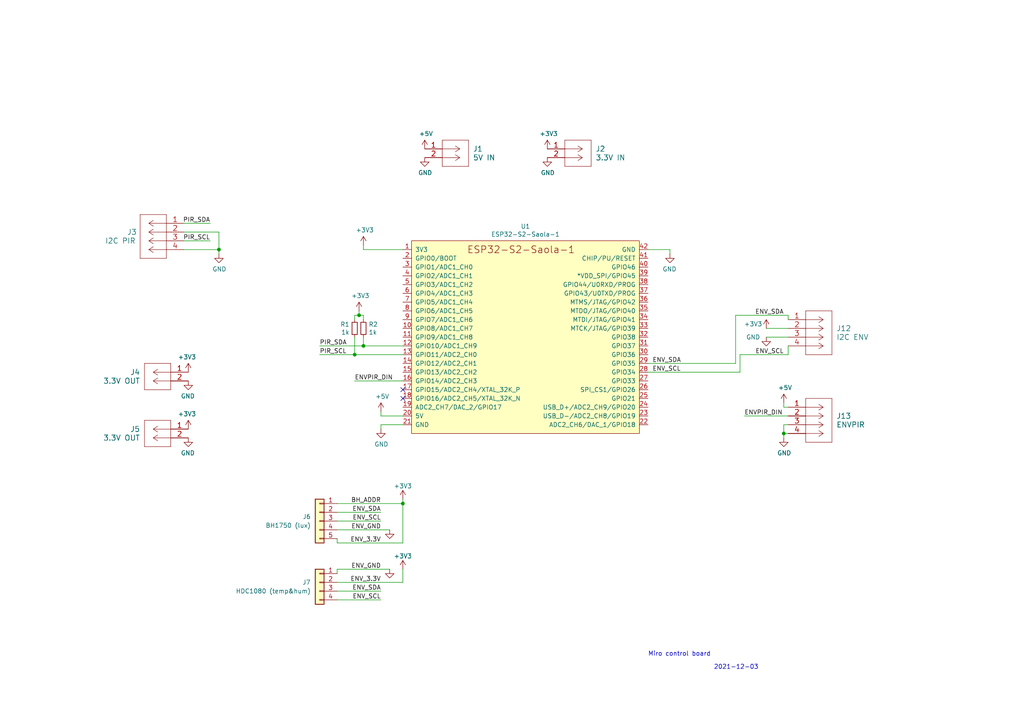
<source format=kicad_sch>
(kicad_sch
	(version 20231120)
	(generator "eeschema")
	(generator_version "8.0")
	(uuid "8039d70a-c4c8-4f7a-97fb-898a214fee4c")
	(paper "A4")
	(lib_symbols
		(symbol "Connector_Generic:Conn_01x04"
			(pin_names
				(offset 1.016) hide)
			(exclude_from_sim no)
			(in_bom yes)
			(on_board yes)
			(property "Reference" "J"
				(at 0 5.08 0)
				(effects
					(font
						(size 1.27 1.27)
					)
				)
			)
			(property "Value" "Conn_01x04"
				(at 0 -7.62 0)
				(effects
					(font
						(size 1.27 1.27)
					)
				)
			)
			(property "Footprint" ""
				(at 0 0 0)
				(effects
					(font
						(size 1.27 1.27)
					)
					(hide yes)
				)
			)
			(property "Datasheet" "~"
				(at 0 0 0)
				(effects
					(font
						(size 1.27 1.27)
					)
					(hide yes)
				)
			)
			(property "Description" "Generic connector, single row, 01x04, script generated (kicad-library-utils/schlib/autogen/connector/)"
				(at 0 0 0)
				(effects
					(font
						(size 1.27 1.27)
					)
					(hide yes)
				)
			)
			(property "ki_keywords" "connector"
				(at 0 0 0)
				(effects
					(font
						(size 1.27 1.27)
					)
					(hide yes)
				)
			)
			(property "ki_fp_filters" "Connector*:*_1x??_*"
				(at 0 0 0)
				(effects
					(font
						(size 1.27 1.27)
					)
					(hide yes)
				)
			)
			(symbol "Conn_01x04_1_1"
				(rectangle
					(start -1.27 -4.953)
					(end 0 -5.207)
					(stroke
						(width 0.1524)
						(type default)
					)
					(fill
						(type none)
					)
				)
				(rectangle
					(start -1.27 -2.413)
					(end 0 -2.667)
					(stroke
						(width 0.1524)
						(type default)
					)
					(fill
						(type none)
					)
				)
				(rectangle
					(start -1.27 0.127)
					(end 0 -0.127)
					(stroke
						(width 0.1524)
						(type default)
					)
					(fill
						(type none)
					)
				)
				(rectangle
					(start -1.27 2.667)
					(end 0 2.413)
					(stroke
						(width 0.1524)
						(type default)
					)
					(fill
						(type none)
					)
				)
				(rectangle
					(start -1.27 3.81)
					(end 1.27 -6.35)
					(stroke
						(width 0.254)
						(type default)
					)
					(fill
						(type background)
					)
				)
				(pin passive line
					(at -5.08 2.54 0)
					(length 3.81)
					(name "Pin_1"
						(effects
							(font
								(size 1.27 1.27)
							)
						)
					)
					(number "1"
						(effects
							(font
								(size 1.27 1.27)
							)
						)
					)
				)
				(pin passive line
					(at -5.08 0 0)
					(length 3.81)
					(name "Pin_2"
						(effects
							(font
								(size 1.27 1.27)
							)
						)
					)
					(number "2"
						(effects
							(font
								(size 1.27 1.27)
							)
						)
					)
				)
				(pin passive line
					(at -5.08 -2.54 0)
					(length 3.81)
					(name "Pin_3"
						(effects
							(font
								(size 1.27 1.27)
							)
						)
					)
					(number "3"
						(effects
							(font
								(size 1.27 1.27)
							)
						)
					)
				)
				(pin passive line
					(at -5.08 -5.08 0)
					(length 3.81)
					(name "Pin_4"
						(effects
							(font
								(size 1.27 1.27)
							)
						)
					)
					(number "4"
						(effects
							(font
								(size 1.27 1.27)
							)
						)
					)
				)
			)
		)
		(symbol "Connector_Generic:Conn_01x05"
			(pin_names
				(offset 1.016) hide)
			(exclude_from_sim no)
			(in_bom yes)
			(on_board yes)
			(property "Reference" "J"
				(at 0 7.62 0)
				(effects
					(font
						(size 1.27 1.27)
					)
				)
			)
			(property "Value" "Conn_01x05"
				(at 0 -7.62 0)
				(effects
					(font
						(size 1.27 1.27)
					)
				)
			)
			(property "Footprint" ""
				(at 0 0 0)
				(effects
					(font
						(size 1.27 1.27)
					)
					(hide yes)
				)
			)
			(property "Datasheet" "~"
				(at 0 0 0)
				(effects
					(font
						(size 1.27 1.27)
					)
					(hide yes)
				)
			)
			(property "Description" "Generic connector, single row, 01x05, script generated (kicad-library-utils/schlib/autogen/connector/)"
				(at 0 0 0)
				(effects
					(font
						(size 1.27 1.27)
					)
					(hide yes)
				)
			)
			(property "ki_keywords" "connector"
				(at 0 0 0)
				(effects
					(font
						(size 1.27 1.27)
					)
					(hide yes)
				)
			)
			(property "ki_fp_filters" "Connector*:*_1x??_*"
				(at 0 0 0)
				(effects
					(font
						(size 1.27 1.27)
					)
					(hide yes)
				)
			)
			(symbol "Conn_01x05_1_1"
				(rectangle
					(start -1.27 -4.953)
					(end 0 -5.207)
					(stroke
						(width 0.1524)
						(type default)
					)
					(fill
						(type none)
					)
				)
				(rectangle
					(start -1.27 -2.413)
					(end 0 -2.667)
					(stroke
						(width 0.1524)
						(type default)
					)
					(fill
						(type none)
					)
				)
				(rectangle
					(start -1.27 0.127)
					(end 0 -0.127)
					(stroke
						(width 0.1524)
						(type default)
					)
					(fill
						(type none)
					)
				)
				(rectangle
					(start -1.27 2.667)
					(end 0 2.413)
					(stroke
						(width 0.1524)
						(type default)
					)
					(fill
						(type none)
					)
				)
				(rectangle
					(start -1.27 5.207)
					(end 0 4.953)
					(stroke
						(width 0.1524)
						(type default)
					)
					(fill
						(type none)
					)
				)
				(rectangle
					(start -1.27 6.35)
					(end 1.27 -6.35)
					(stroke
						(width 0.254)
						(type default)
					)
					(fill
						(type background)
					)
				)
				(pin passive line
					(at -5.08 5.08 0)
					(length 3.81)
					(name "Pin_1"
						(effects
							(font
								(size 1.27 1.27)
							)
						)
					)
					(number "1"
						(effects
							(font
								(size 1.27 1.27)
							)
						)
					)
				)
				(pin passive line
					(at -5.08 2.54 0)
					(length 3.81)
					(name "Pin_2"
						(effects
							(font
								(size 1.27 1.27)
							)
						)
					)
					(number "2"
						(effects
							(font
								(size 1.27 1.27)
							)
						)
					)
				)
				(pin passive line
					(at -5.08 0 0)
					(length 3.81)
					(name "Pin_3"
						(effects
							(font
								(size 1.27 1.27)
							)
						)
					)
					(number "3"
						(effects
							(font
								(size 1.27 1.27)
							)
						)
					)
				)
				(pin passive line
					(at -5.08 -2.54 0)
					(length 3.81)
					(name "Pin_4"
						(effects
							(font
								(size 1.27 1.27)
							)
						)
					)
					(number "4"
						(effects
							(font
								(size 1.27 1.27)
							)
						)
					)
				)
				(pin passive line
					(at -5.08 -5.08 0)
					(length 3.81)
					(name "Pin_5"
						(effects
							(font
								(size 1.27 1.27)
							)
						)
					)
					(number "5"
						(effects
							(font
								(size 1.27 1.27)
							)
						)
					)
				)
			)
		)
		(symbol "Device:R_Small"
			(pin_numbers hide)
			(pin_names
				(offset 0.254) hide)
			(exclude_from_sim no)
			(in_bom yes)
			(on_board yes)
			(property "Reference" "R"
				(at 0.762 0.508 0)
				(effects
					(font
						(size 1.27 1.27)
					)
					(justify left)
				)
			)
			(property "Value" "R_Small"
				(at 0.762 -1.016 0)
				(effects
					(font
						(size 1.27 1.27)
					)
					(justify left)
				)
			)
			(property "Footprint" ""
				(at 0 0 0)
				(effects
					(font
						(size 1.27 1.27)
					)
					(hide yes)
				)
			)
			(property "Datasheet" "~"
				(at 0 0 0)
				(effects
					(font
						(size 1.27 1.27)
					)
					(hide yes)
				)
			)
			(property "Description" "Resistor, small symbol"
				(at 0 0 0)
				(effects
					(font
						(size 1.27 1.27)
					)
					(hide yes)
				)
			)
			(property "ki_keywords" "R resistor"
				(at 0 0 0)
				(effects
					(font
						(size 1.27 1.27)
					)
					(hide yes)
				)
			)
			(property "ki_fp_filters" "R_*"
				(at 0 0 0)
				(effects
					(font
						(size 1.27 1.27)
					)
					(hide yes)
				)
			)
			(symbol "R_Small_0_1"
				(rectangle
					(start -0.762 1.778)
					(end 0.762 -1.778)
					(stroke
						(width 0.2032)
						(type default)
					)
					(fill
						(type none)
					)
				)
			)
			(symbol "R_Small_1_1"
				(pin passive line
					(at 0 2.54 270)
					(length 0.762)
					(name "~"
						(effects
							(font
								(size 1.27 1.27)
							)
						)
					)
					(number "1"
						(effects
							(font
								(size 1.27 1.27)
							)
						)
					)
				)
				(pin passive line
					(at 0 -2.54 90)
					(length 0.762)
					(name "~"
						(effects
							(font
								(size 1.27 1.27)
							)
						)
					)
					(number "2"
						(effects
							(font
								(size 1.27 1.27)
							)
						)
					)
				)
			)
		)
		(symbol "main_board-rescue:+3.3V-power"
			(power)
			(pin_names
				(offset 0)
			)
			(exclude_from_sim no)
			(in_bom yes)
			(on_board yes)
			(property "Reference" "#PWR"
				(at 0 -3.81 0)
				(effects
					(font
						(size 1.27 1.27)
					)
					(hide yes)
				)
			)
			(property "Value" "+3.3V-power"
				(at 0 3.556 0)
				(effects
					(font
						(size 1.27 1.27)
					)
				)
			)
			(property "Footprint" ""
				(at 0 0 0)
				(effects
					(font
						(size 1.27 1.27)
					)
					(hide yes)
				)
			)
			(property "Datasheet" ""
				(at 0 0 0)
				(effects
					(font
						(size 1.27 1.27)
					)
					(hide yes)
				)
			)
			(property "Description" ""
				(at 0 0 0)
				(effects
					(font
						(size 1.27 1.27)
					)
					(hide yes)
				)
			)
			(symbol "+3.3V-power_0_1"
				(polyline
					(pts
						(xy -0.762 1.27) (xy 0 2.54)
					)
					(stroke
						(width 0)
						(type solid)
					)
					(fill
						(type none)
					)
				)
				(polyline
					(pts
						(xy 0 0) (xy 0 2.54)
					)
					(stroke
						(width 0)
						(type solid)
					)
					(fill
						(type none)
					)
				)
				(polyline
					(pts
						(xy 0 2.54) (xy 0.762 1.27)
					)
					(stroke
						(width 0)
						(type solid)
					)
					(fill
						(type none)
					)
				)
			)
			(symbol "+3.3V-power_1_1"
				(pin power_in line
					(at 0 0 90)
					(length 0) hide
					(name "+3V3"
						(effects
							(font
								(size 1.27 1.27)
							)
						)
					)
					(number "1"
						(effects
							(font
								(size 1.27 1.27)
							)
						)
					)
				)
			)
		)
		(symbol "main_board-rescue:ESP32-S2-Saola-1-miro-v04"
			(pin_names
				(offset 1.016)
			)
			(exclude_from_sim no)
			(in_bom yes)
			(on_board yes)
			(property "Reference" "U"
				(at 0 27.94 0)
				(effects
					(font
						(size 1.27 1.27)
					)
				)
			)
			(property "Value" "miro-v04_ESP32-S2-Saola-1"
				(at 0 -31.75 0)
				(effects
					(font
						(size 1.27 1.27)
					)
				)
			)
			(property "Footprint" "miro-v04:ESP32-S2-Saola-1"
				(at 0 -34.29 0)
				(effects
					(font
						(size 1.27 1.27)
					)
					(hide yes)
				)
			)
			(property "Datasheet" ""
				(at 0 24.13 0)
				(effects
					(font
						(size 1.27 1.27)
					)
					(hide yes)
				)
			)
			(property "Description" ""
				(at 0 0 0)
				(effects
					(font
						(size 1.27 1.27)
					)
					(hide yes)
				)
			)
			(symbol "ESP32-S2-Saola-1-miro-v04_0_0"
				(text "ESP32-S2-Saola-1"
					(at 0 24.13 0)
					(effects
						(font
							(size 2.0066 2.0066)
						)
					)
				)
				(pin power_in line
					(at -34.29 24.13 0)
					(length 2.54)
					(name "3V3"
						(effects
							(font
								(size 1.27 1.27)
							)
						)
					)
					(number "1"
						(effects
							(font
								(size 1.27 1.27)
							)
						)
					)
				)
				(pin bidirectional line
					(at -34.29 1.27 0)
					(length 2.54)
					(name "GPIO8/ADC1_CH7"
						(effects
							(font
								(size 1.27 1.27)
							)
						)
					)
					(number "10"
						(effects
							(font
								(size 1.27 1.27)
							)
						)
					)
				)
				(pin bidirectional line
					(at -34.29 -1.27 0)
					(length 2.54)
					(name "GPIO9/ADC1_CH8"
						(effects
							(font
								(size 1.27 1.27)
							)
						)
					)
					(number "11"
						(effects
							(font
								(size 1.27 1.27)
							)
						)
					)
				)
				(pin bidirectional line
					(at -34.29 -3.81 0)
					(length 2.54)
					(name "GPIO10/ADC1_CH9"
						(effects
							(font
								(size 1.27 1.27)
							)
						)
					)
					(number "12"
						(effects
							(font
								(size 1.27 1.27)
							)
						)
					)
				)
				(pin bidirectional line
					(at -34.29 -6.35 0)
					(length 2.54)
					(name "GPIO11/ADC2_CH0"
						(effects
							(font
								(size 1.27 1.27)
							)
						)
					)
					(number "13"
						(effects
							(font
								(size 1.27 1.27)
							)
						)
					)
				)
				(pin bidirectional line
					(at -34.29 -8.89 0)
					(length 2.54)
					(name "GPIO12/ADC2_CH1"
						(effects
							(font
								(size 1.27 1.27)
							)
						)
					)
					(number "14"
						(effects
							(font
								(size 1.27 1.27)
							)
						)
					)
				)
				(pin bidirectional line
					(at -34.29 -11.43 0)
					(length 2.54)
					(name "GPIO13/ADC2_CH2"
						(effects
							(font
								(size 1.27 1.27)
							)
						)
					)
					(number "15"
						(effects
							(font
								(size 1.27 1.27)
							)
						)
					)
				)
				(pin bidirectional line
					(at -34.29 -13.97 0)
					(length 2.54)
					(name "GPIO14/ADC2_CH3"
						(effects
							(font
								(size 1.27 1.27)
							)
						)
					)
					(number "16"
						(effects
							(font
								(size 1.27 1.27)
							)
						)
					)
				)
				(pin bidirectional line
					(at -34.29 -16.51 0)
					(length 2.54)
					(name "GPIO15/ADC2_CH4/XTAL_32K_P"
						(effects
							(font
								(size 1.27 1.27)
							)
						)
					)
					(number "17"
						(effects
							(font
								(size 1.27 1.27)
							)
						)
					)
				)
				(pin bidirectional line
					(at -34.29 -19.05 0)
					(length 2.54)
					(name "GPIO16/ADC2_CH5/XTAL_32K_N"
						(effects
							(font
								(size 1.27 1.27)
							)
						)
					)
					(number "18"
						(effects
							(font
								(size 1.27 1.27)
							)
						)
					)
				)
				(pin bidirectional line
					(at -34.29 -21.59 0)
					(length 2.54)
					(name "ADC2_CH7/DAC_2/GPIO17"
						(effects
							(font
								(size 1.27 1.27)
							)
						)
					)
					(number "19"
						(effects
							(font
								(size 1.27 1.27)
							)
						)
					)
				)
				(pin bidirectional line
					(at -34.29 21.59 0)
					(length 2.54)
					(name "GPIO0/BOOT"
						(effects
							(font
								(size 1.27 1.27)
							)
						)
					)
					(number "2"
						(effects
							(font
								(size 1.27 1.27)
							)
						)
					)
				)
				(pin power_in line
					(at -34.29 -24.13 0)
					(length 2.54)
					(name "5V"
						(effects
							(font
								(size 1.27 1.27)
							)
						)
					)
					(number "20"
						(effects
							(font
								(size 1.27 1.27)
							)
						)
					)
				)
				(pin power_in line
					(at -34.29 -26.67 0)
					(length 2.54)
					(name "GND"
						(effects
							(font
								(size 1.27 1.27)
							)
						)
					)
					(number "21"
						(effects
							(font
								(size 1.27 1.27)
							)
						)
					)
				)
				(pin bidirectional line
					(at 36.83 -26.67 180)
					(length 2.54)
					(name "ADC2_CH6/DAC_1/GPIO18"
						(effects
							(font
								(size 1.27 1.27)
							)
						)
					)
					(number "22"
						(effects
							(font
								(size 1.27 1.27)
							)
						)
					)
				)
				(pin bidirectional line
					(at 36.83 -24.13 180)
					(length 2.54)
					(name "USB_D-/ADC2_CH8/GPIO19"
						(effects
							(font
								(size 1.27 1.27)
							)
						)
					)
					(number "23"
						(effects
							(font
								(size 1.27 1.27)
							)
						)
					)
				)
				(pin bidirectional line
					(at 36.83 -21.59 180)
					(length 2.54)
					(name "USB_D+/ADC2_CH9/GPIO20"
						(effects
							(font
								(size 1.27 1.27)
							)
						)
					)
					(number "24"
						(effects
							(font
								(size 1.27 1.27)
							)
						)
					)
				)
				(pin bidirectional line
					(at 36.83 -19.05 180)
					(length 2.54)
					(name "GPIO21"
						(effects
							(font
								(size 1.27 1.27)
							)
						)
					)
					(number "25"
						(effects
							(font
								(size 1.27 1.27)
							)
						)
					)
				)
				(pin bidirectional line
					(at 36.83 -16.51 180)
					(length 2.54)
					(name "SPI_CS1/GPIO26"
						(effects
							(font
								(size 1.27 1.27)
							)
						)
					)
					(number "26"
						(effects
							(font
								(size 1.27 1.27)
							)
						)
					)
				)
				(pin bidirectional line
					(at 36.83 -13.97 180)
					(length 2.54)
					(name "GPIO33"
						(effects
							(font
								(size 1.27 1.27)
							)
						)
					)
					(number "27"
						(effects
							(font
								(size 1.27 1.27)
							)
						)
					)
				)
				(pin bidirectional line
					(at 36.83 -11.43 180)
					(length 2.54)
					(name "GPIO34"
						(effects
							(font
								(size 1.27 1.27)
							)
						)
					)
					(number "28"
						(effects
							(font
								(size 1.27 1.27)
							)
						)
					)
				)
				(pin bidirectional line
					(at 36.83 -8.89 180)
					(length 2.54)
					(name "GPIO35"
						(effects
							(font
								(size 1.27 1.27)
							)
						)
					)
					(number "29"
						(effects
							(font
								(size 1.27 1.27)
							)
						)
					)
				)
				(pin bidirectional line
					(at -34.29 19.05 0)
					(length 2.54)
					(name "GPIO1/ADC1_CH0"
						(effects
							(font
								(size 1.27 1.27)
							)
						)
					)
					(number "3"
						(effects
							(font
								(size 1.27 1.27)
							)
						)
					)
				)
				(pin bidirectional line
					(at 36.83 -6.35 180)
					(length 2.54)
					(name "GPIO36"
						(effects
							(font
								(size 1.27 1.27)
							)
						)
					)
					(number "30"
						(effects
							(font
								(size 1.27 1.27)
							)
						)
					)
				)
				(pin bidirectional line
					(at 36.83 -3.81 180)
					(length 2.54)
					(name "GPIO37"
						(effects
							(font
								(size 1.27 1.27)
							)
						)
					)
					(number "31"
						(effects
							(font
								(size 1.27 1.27)
							)
						)
					)
				)
				(pin bidirectional line
					(at 36.83 -1.27 180)
					(length 2.54)
					(name "GPIO38"
						(effects
							(font
								(size 1.27 1.27)
							)
						)
					)
					(number "32"
						(effects
							(font
								(size 1.27 1.27)
							)
						)
					)
				)
				(pin bidirectional line
					(at 36.83 1.27 180)
					(length 2.54)
					(name "MTCK/JTAG/GPIO39"
						(effects
							(font
								(size 1.27 1.27)
							)
						)
					)
					(number "33"
						(effects
							(font
								(size 1.27 1.27)
							)
						)
					)
				)
				(pin bidirectional line
					(at 36.83 3.81 180)
					(length 2.54)
					(name "MTDI/JTAG/GPIO41"
						(effects
							(font
								(size 1.27 1.27)
							)
						)
					)
					(number "34"
						(effects
							(font
								(size 1.27 1.27)
							)
						)
					)
				)
				(pin bidirectional line
					(at 36.83 6.35 180)
					(length 2.54)
					(name "MTDO/JTAG/GPIO40"
						(effects
							(font
								(size 1.27 1.27)
							)
						)
					)
					(number "35"
						(effects
							(font
								(size 1.27 1.27)
							)
						)
					)
				)
				(pin bidirectional line
					(at 36.83 8.89 180)
					(length 2.54)
					(name "MTMS/JTAG/GPIO42"
						(effects
							(font
								(size 1.27 1.27)
							)
						)
					)
					(number "36"
						(effects
							(font
								(size 1.27 1.27)
							)
						)
					)
				)
				(pin bidirectional line
					(at 36.83 11.43 180)
					(length 2.54)
					(name "GPIO43/U0TXD/PROG"
						(effects
							(font
								(size 1.27 1.27)
							)
						)
					)
					(number "37"
						(effects
							(font
								(size 1.27 1.27)
							)
						)
					)
				)
				(pin bidirectional line
					(at 36.83 13.97 180)
					(length 2.54)
					(name "GPIO44/U0RXD/PROG"
						(effects
							(font
								(size 1.27 1.27)
							)
						)
					)
					(number "38"
						(effects
							(font
								(size 1.27 1.27)
							)
						)
					)
				)
				(pin bidirectional line
					(at 36.83 16.51 180)
					(length 2.54)
					(name "*VDD_SPI/GPIO45"
						(effects
							(font
								(size 1.27 1.27)
							)
						)
					)
					(number "39"
						(effects
							(font
								(size 1.27 1.27)
							)
						)
					)
				)
				(pin unspecified line
					(at -34.29 16.51 0)
					(length 2.54)
					(name "GPIO2/ADC1_CH1"
						(effects
							(font
								(size 1.27 1.27)
							)
						)
					)
					(number "4"
						(effects
							(font
								(size 1.27 1.27)
							)
						)
					)
				)
				(pin input line
					(at 36.83 19.05 180)
					(length 2.54)
					(name "GPIO46"
						(effects
							(font
								(size 1.27 1.27)
							)
						)
					)
					(number "40"
						(effects
							(font
								(size 1.27 1.27)
							)
						)
					)
				)
				(pin input line
					(at 36.83 21.59 180)
					(length 2.54)
					(name "CHIP/PU/RESET"
						(effects
							(font
								(size 1.27 1.27)
							)
						)
					)
					(number "41"
						(effects
							(font
								(size 1.27 1.27)
							)
						)
					)
				)
				(pin power_in line
					(at 36.83 24.13 180)
					(length 2.54)
					(name "GND"
						(effects
							(font
								(size 1.27 1.27)
							)
						)
					)
					(number "42"
						(effects
							(font
								(size 1.27 1.27)
							)
						)
					)
				)
				(pin bidirectional line
					(at -34.29 13.97 0)
					(length 2.54)
					(name "GPIO3/ADC1_CH2"
						(effects
							(font
								(size 1.27 1.27)
							)
						)
					)
					(number "5"
						(effects
							(font
								(size 1.27 1.27)
							)
						)
					)
				)
				(pin bidirectional line
					(at -34.29 11.43 0)
					(length 2.54)
					(name "GPIO4/ADC1_CH3"
						(effects
							(font
								(size 1.27 1.27)
							)
						)
					)
					(number "6"
						(effects
							(font
								(size 1.27 1.27)
							)
						)
					)
				)
				(pin bidirectional line
					(at -34.29 8.89 0)
					(length 2.54)
					(name "GPIO5/ADC1_CH4"
						(effects
							(font
								(size 1.27 1.27)
							)
						)
					)
					(number "7"
						(effects
							(font
								(size 1.27 1.27)
							)
						)
					)
				)
				(pin bidirectional line
					(at -34.29 6.35 0)
					(length 2.54)
					(name "GPIO6/ADC1_CH5"
						(effects
							(font
								(size 1.27 1.27)
							)
						)
					)
					(number "8"
						(effects
							(font
								(size 1.27 1.27)
							)
						)
					)
				)
				(pin bidirectional line
					(at -34.29 3.81 0)
					(length 2.54)
					(name "GPIO7/ADC1_CH6"
						(effects
							(font
								(size 1.27 1.27)
							)
						)
					)
					(number "9"
						(effects
							(font
								(size 1.27 1.27)
							)
						)
					)
				)
			)
			(symbol "ESP32-S2-Saola-1-miro-v04_0_1"
				(rectangle
					(start -31.75 26.67)
					(end 34.29 -29.21)
					(stroke
						(width 0)
						(type solid)
					)
					(fill
						(type background)
					)
				)
			)
		)
		(symbol "main_board-rescue:TE_HDI_2_horiz-miro-v04"
			(pin_names
				(offset 0.254) hide)
			(exclude_from_sim no)
			(in_bom yes)
			(on_board yes)
			(property "Reference" "J"
				(at 8.89 6.35 0)
				(effects
					(font
						(size 1.524 1.524)
					)
				)
			)
			(property "Value" "miro-v04_TE_HDI_2_horiz"
				(at 8.89 3.81 0)
				(effects
					(font
						(size 1.524 1.524)
					)
				)
			)
			(property "Footprint" "miro-v04:TE_HDI_2_horiz"
				(at 8.89 -6.35 0)
				(effects
					(font
						(size 1.524 1.524)
					)
					(hide yes)
				)
			)
			(property "Datasheet" ""
				(at 0 0 0)
				(effects
					(font
						(size 1.524 1.524)
					)
				)
			)
			(property "Description" ""
				(at 0 0 0)
				(effects
					(font
						(size 1.27 1.27)
					)
					(hide yes)
				)
			)
			(property "ki_fp_filters" "CONN_440055-2_TEC"
				(at 0 0 0)
				(effects
					(font
						(size 1.27 1.27)
					)
					(hide yes)
				)
			)
			(symbol "TE_HDI_2_horiz-miro-v04_1_1"
				(polyline
					(pts
						(xy 5.08 -5.08) (xy 12.7 -5.08)
					)
					(stroke
						(width 0.127)
						(type solid)
					)
					(fill
						(type none)
					)
				)
				(polyline
					(pts
						(xy 5.08 2.54) (xy 5.08 -5.08)
					)
					(stroke
						(width 0.127)
						(type solid)
					)
					(fill
						(type none)
					)
				)
				(polyline
					(pts
						(xy 10.16 -2.54) (xy 5.08 -2.54)
					)
					(stroke
						(width 0.127)
						(type solid)
					)
					(fill
						(type none)
					)
				)
				(polyline
					(pts
						(xy 10.16 -2.54) (xy 8.89 -3.3782)
					)
					(stroke
						(width 0.127)
						(type solid)
					)
					(fill
						(type none)
					)
				)
				(polyline
					(pts
						(xy 10.16 -2.54) (xy 8.89 -1.7018)
					)
					(stroke
						(width 0.127)
						(type solid)
					)
					(fill
						(type none)
					)
				)
				(polyline
					(pts
						(xy 10.16 0) (xy 5.08 0)
					)
					(stroke
						(width 0.127)
						(type solid)
					)
					(fill
						(type none)
					)
				)
				(polyline
					(pts
						(xy 10.16 0) (xy 8.89 -0.8382)
					)
					(stroke
						(width 0.127)
						(type solid)
					)
					(fill
						(type none)
					)
				)
				(polyline
					(pts
						(xy 10.16 0) (xy 8.89 0.8382)
					)
					(stroke
						(width 0.127)
						(type solid)
					)
					(fill
						(type none)
					)
				)
				(polyline
					(pts
						(xy 12.7 -5.08) (xy 12.7 2.54)
					)
					(stroke
						(width 0.127)
						(type solid)
					)
					(fill
						(type none)
					)
				)
				(polyline
					(pts
						(xy 12.7 2.54) (xy 5.08 2.54)
					)
					(stroke
						(width 0.127)
						(type solid)
					)
					(fill
						(type none)
					)
				)
				(pin unspecified line
					(at 0 0 0)
					(length 5.08)
					(name "1"
						(effects
							(font
								(size 1.4986 1.4986)
							)
						)
					)
					(number "1"
						(effects
							(font
								(size 1.4986 1.4986)
							)
						)
					)
				)
				(pin unspecified line
					(at 0 -2.54 0)
					(length 5.08)
					(name "2"
						(effects
							(font
								(size 1.4986 1.4986)
							)
						)
					)
					(number "2"
						(effects
							(font
								(size 1.4986 1.4986)
							)
						)
					)
				)
			)
		)
		(symbol "main_board-rescue:TE_HDI_4_vert-miro-v04"
			(pin_names
				(offset 0.254) hide)
			(exclude_from_sim no)
			(in_bom yes)
			(on_board yes)
			(property "Reference" "J"
				(at 8.89 6.35 0)
				(effects
					(font
						(size 1.524 1.524)
					)
				)
			)
			(property "Value" "miro-v04_TE_HDI_4_vert"
				(at 8.89 3.81 0)
				(effects
					(font
						(size 1.524 1.524)
					)
				)
			)
			(property "Footprint" "miro-v04:TE_HDI_4_vert"
				(at 8.89 -11.43 0)
				(effects
					(font
						(size 1.524 1.524)
					)
					(hide yes)
				)
			)
			(property "Datasheet" ""
				(at 0 0 0)
				(effects
					(font
						(size 1.524 1.524)
					)
				)
			)
			(property "Description" ""
				(at 0 0 0)
				(effects
					(font
						(size 1.27 1.27)
					)
					(hide yes)
				)
			)
			(property "ki_fp_filters" "CONN_1735446-4_TYCO"
				(at 0 0 0)
				(effects
					(font
						(size 1.27 1.27)
					)
					(hide yes)
				)
			)
			(symbol "TE_HDI_4_vert-miro-v04_1_1"
				(polyline
					(pts
						(xy 5.08 -10.16) (xy 12.7 -10.16)
					)
					(stroke
						(width 0.127)
						(type solid)
					)
					(fill
						(type none)
					)
				)
				(polyline
					(pts
						(xy 5.08 2.54) (xy 5.08 -10.16)
					)
					(stroke
						(width 0.127)
						(type solid)
					)
					(fill
						(type none)
					)
				)
				(polyline
					(pts
						(xy 10.16 -7.62) (xy 5.08 -7.62)
					)
					(stroke
						(width 0.127)
						(type solid)
					)
					(fill
						(type none)
					)
				)
				(polyline
					(pts
						(xy 10.16 -7.62) (xy 8.89 -8.4582)
					)
					(stroke
						(width 0.127)
						(type solid)
					)
					(fill
						(type none)
					)
				)
				(polyline
					(pts
						(xy 10.16 -7.62) (xy 8.89 -6.7818)
					)
					(stroke
						(width 0.127)
						(type solid)
					)
					(fill
						(type none)
					)
				)
				(polyline
					(pts
						(xy 10.16 -5.08) (xy 5.08 -5.08)
					)
					(stroke
						(width 0.127)
						(type solid)
					)
					(fill
						(type none)
					)
				)
				(polyline
					(pts
						(xy 10.16 -5.08) (xy 8.89 -5.9182)
					)
					(stroke
						(width 0.127)
						(type solid)
					)
					(fill
						(type none)
					)
				)
				(polyline
					(pts
						(xy 10.16 -5.08) (xy 8.89 -4.2418)
					)
					(stroke
						(width 0.127)
						(type solid)
					)
					(fill
						(type none)
					)
				)
				(polyline
					(pts
						(xy 10.16 -2.54) (xy 5.08 -2.54)
					)
					(stroke
						(width 0.127)
						(type solid)
					)
					(fill
						(type none)
					)
				)
				(polyline
					(pts
						(xy 10.16 -2.54) (xy 8.89 -3.3782)
					)
					(stroke
						(width 0.127)
						(type solid)
					)
					(fill
						(type none)
					)
				)
				(polyline
					(pts
						(xy 10.16 -2.54) (xy 8.89 -1.7018)
					)
					(stroke
						(width 0.127)
						(type solid)
					)
					(fill
						(type none)
					)
				)
				(polyline
					(pts
						(xy 10.16 0) (xy 5.08 0)
					)
					(stroke
						(width 0.127)
						(type solid)
					)
					(fill
						(type none)
					)
				)
				(polyline
					(pts
						(xy 10.16 0) (xy 8.89 -0.8382)
					)
					(stroke
						(width 0.127)
						(type solid)
					)
					(fill
						(type none)
					)
				)
				(polyline
					(pts
						(xy 10.16 0) (xy 8.89 0.8382)
					)
					(stroke
						(width 0.127)
						(type solid)
					)
					(fill
						(type none)
					)
				)
				(polyline
					(pts
						(xy 12.7 -10.16) (xy 12.7 2.54)
					)
					(stroke
						(width 0.127)
						(type solid)
					)
					(fill
						(type none)
					)
				)
				(polyline
					(pts
						(xy 12.7 2.54) (xy 5.08 2.54)
					)
					(stroke
						(width 0.127)
						(type solid)
					)
					(fill
						(type none)
					)
				)
				(pin unspecified line
					(at 0 0 0)
					(length 5.08)
					(name "1"
						(effects
							(font
								(size 1.4986 1.4986)
							)
						)
					)
					(number "1"
						(effects
							(font
								(size 1.4986 1.4986)
							)
						)
					)
				)
				(pin unspecified line
					(at 0 -2.54 0)
					(length 5.08)
					(name "2"
						(effects
							(font
								(size 1.4986 1.4986)
							)
						)
					)
					(number "2"
						(effects
							(font
								(size 1.4986 1.4986)
							)
						)
					)
				)
				(pin unspecified line
					(at 0 -5.08 0)
					(length 5.08)
					(name "3"
						(effects
							(font
								(size 1.4986 1.4986)
							)
						)
					)
					(number "3"
						(effects
							(font
								(size 1.4986 1.4986)
							)
						)
					)
				)
				(pin unspecified line
					(at 0 -7.62 0)
					(length 5.08)
					(name "4"
						(effects
							(font
								(size 1.4986 1.4986)
							)
						)
					)
					(number "4"
						(effects
							(font
								(size 1.4986 1.4986)
							)
						)
					)
				)
			)
		)
		(symbol "power:+5V"
			(power)
			(pin_names
				(offset 0)
			)
			(exclude_from_sim no)
			(in_bom yes)
			(on_board yes)
			(property "Reference" "#PWR"
				(at 0 -3.81 0)
				(effects
					(font
						(size 1.27 1.27)
					)
					(hide yes)
				)
			)
			(property "Value" "+5V"
				(at 0 3.556 0)
				(effects
					(font
						(size 1.27 1.27)
					)
				)
			)
			(property "Footprint" ""
				(at 0 0 0)
				(effects
					(font
						(size 1.27 1.27)
					)
					(hide yes)
				)
			)
			(property "Datasheet" ""
				(at 0 0 0)
				(effects
					(font
						(size 1.27 1.27)
					)
					(hide yes)
				)
			)
			(property "Description" "Power symbol creates a global label with name \"+5V\""
				(at 0 0 0)
				(effects
					(font
						(size 1.27 1.27)
					)
					(hide yes)
				)
			)
			(property "ki_keywords" "global power"
				(at 0 0 0)
				(effects
					(font
						(size 1.27 1.27)
					)
					(hide yes)
				)
			)
			(symbol "+5V_0_1"
				(polyline
					(pts
						(xy -0.762 1.27) (xy 0 2.54)
					)
					(stroke
						(width 0)
						(type default)
					)
					(fill
						(type none)
					)
				)
				(polyline
					(pts
						(xy 0 0) (xy 0 2.54)
					)
					(stroke
						(width 0)
						(type default)
					)
					(fill
						(type none)
					)
				)
				(polyline
					(pts
						(xy 0 2.54) (xy 0.762 1.27)
					)
					(stroke
						(width 0)
						(type default)
					)
					(fill
						(type none)
					)
				)
			)
			(symbol "+5V_1_1"
				(pin power_in line
					(at 0 0 90)
					(length 0) hide
					(name "+5V"
						(effects
							(font
								(size 1.27 1.27)
							)
						)
					)
					(number "1"
						(effects
							(font
								(size 1.27 1.27)
							)
						)
					)
				)
			)
		)
		(symbol "power:GND"
			(power)
			(pin_names
				(offset 0)
			)
			(exclude_from_sim no)
			(in_bom yes)
			(on_board yes)
			(property "Reference" "#PWR"
				(at 0 -6.35 0)
				(effects
					(font
						(size 1.27 1.27)
					)
					(hide yes)
				)
			)
			(property "Value" "GND"
				(at 0 -3.81 0)
				(effects
					(font
						(size 1.27 1.27)
					)
				)
			)
			(property "Footprint" ""
				(at 0 0 0)
				(effects
					(font
						(size 1.27 1.27)
					)
					(hide yes)
				)
			)
			(property "Datasheet" ""
				(at 0 0 0)
				(effects
					(font
						(size 1.27 1.27)
					)
					(hide yes)
				)
			)
			(property "Description" "Power symbol creates a global label with name \"GND\" , ground"
				(at 0 0 0)
				(effects
					(font
						(size 1.27 1.27)
					)
					(hide yes)
				)
			)
			(property "ki_keywords" "global power"
				(at 0 0 0)
				(effects
					(font
						(size 1.27 1.27)
					)
					(hide yes)
				)
			)
			(symbol "GND_0_1"
				(polyline
					(pts
						(xy 0 0) (xy 0 -1.27) (xy 1.27 -1.27) (xy 0 -2.54) (xy -1.27 -1.27) (xy 0 -1.27)
					)
					(stroke
						(width 0)
						(type default)
					)
					(fill
						(type none)
					)
				)
			)
			(symbol "GND_1_1"
				(pin power_in line
					(at 0 0 270)
					(length 0) hide
					(name "GND"
						(effects
							(font
								(size 1.27 1.27)
							)
						)
					)
					(number "1"
						(effects
							(font
								(size 1.27 1.27)
							)
						)
					)
				)
			)
		)
	)
	(junction
		(at 105.41 100.33)
		(diameter 0)
		(color 0 0 0 0)
		(uuid "04c43e0a-d958-4fff-ba3b-8275c656bb43")
	)
	(junction
		(at 63.5 72.39)
		(diameter 0)
		(color 0 0 0 0)
		(uuid "18aea3b3-0ed8-46c5-b190-a7bc75ff9f6c")
	)
	(junction
		(at 102.87 102.87)
		(diameter 0)
		(color 0 0 0 0)
		(uuid "1c71c393-e649-4f16-bf1a-83300d794342")
	)
	(junction
		(at 104.14 91.44)
		(diameter 0)
		(color 0 0 0 0)
		(uuid "a631a6b0-eae0-4dfb-9e1b-80635c28682f")
	)
	(junction
		(at 116.84 146.05)
		(diameter 0)
		(color 0 0 0 0)
		(uuid "a7ba5fe4-8f6e-4488-a42e-5b054902d3a2")
	)
	(junction
		(at 227.33 125.73)
		(diameter 0)
		(color 0 0 0 0)
		(uuid "c963f895-6733-4c3a-a9c0-42b0bb78994f")
	)
	(no_connect
		(at 116.84 113.03)
		(uuid "1b34a0d5-56ee-49d4-9051-e9e60cf56223")
	)
	(no_connect
		(at 116.84 115.57)
		(uuid "d7f513cd-9c35-4b6a-9768-d5796ee24440")
	)
	(wire
		(pts
			(xy 102.87 102.87) (xy 102.87 97.79)
		)
		(stroke
			(width 0)
			(type default)
		)
		(uuid "01e952e4-3ff5-4075-b944-2dc7bad7e697")
	)
	(wire
		(pts
			(xy 102.87 110.49) (xy 116.84 110.49)
		)
		(stroke
			(width 0)
			(type default)
		)
		(uuid "02621780-9cce-45e0-95b9-1b8124c03ec2")
	)
	(wire
		(pts
			(xy 105.41 100.33) (xy 105.41 97.79)
		)
		(stroke
			(width 0)
			(type default)
		)
		(uuid "098f4cca-440f-412e-98bf-af0a82e2c838")
	)
	(wire
		(pts
			(xy 102.87 102.87) (xy 116.84 102.87)
		)
		(stroke
			(width 0)
			(type default)
		)
		(uuid "0c5a4242-aa92-4164-bc0d-19443607c52c")
	)
	(wire
		(pts
			(xy 97.79 146.05) (xy 116.84 146.05)
		)
		(stroke
			(width 0)
			(type default)
		)
		(uuid "0e900d4f-ba61-4c9d-ba27-246e34e771a3")
	)
	(wire
		(pts
			(xy 228.6 100.33) (xy 228.6 102.87)
		)
		(stroke
			(width 0)
			(type default)
		)
		(uuid "17fdf9cd-5261-460c-bf4d-67df43c0bb45")
	)
	(wire
		(pts
			(xy 116.84 72.39) (xy 105.41 72.39)
		)
		(stroke
			(width 0)
			(type default)
		)
		(uuid "1f702ce0-237e-4d5b-ab1f-160da29f1d21")
	)
	(wire
		(pts
			(xy 105.41 91.44) (xy 105.41 92.71)
		)
		(stroke
			(width 0)
			(type default)
		)
		(uuid "1fabb34d-85c0-4ea8-af2e-c0bce450ab4d")
	)
	(wire
		(pts
			(xy 215.9 120.65) (xy 228.6 120.65)
		)
		(stroke
			(width 0)
			(type default)
		)
		(uuid "24c14ba6-0fb4-4d20-9eb8-e68675b3f429")
	)
	(wire
		(pts
			(xy 227.33 127) (xy 227.33 125.73)
		)
		(stroke
			(width 0)
			(type default)
		)
		(uuid "25cf499f-2098-41be-8875-7eafb39da1cb")
	)
	(wire
		(pts
			(xy 227.33 118.11) (xy 227.33 116.84)
		)
		(stroke
			(width 0)
			(type default)
		)
		(uuid "2dfb81df-3902-4f58-8636-65b53dd0e957")
	)
	(wire
		(pts
			(xy 97.79 156.21) (xy 97.79 157.48)
		)
		(stroke
			(width 0)
			(type default)
		)
		(uuid "37d3e8d9-be49-422b-a2d0-6aed205d60c2")
	)
	(wire
		(pts
			(xy 53.34 67.31) (xy 63.5 67.31)
		)
		(stroke
			(width 0)
			(type default)
		)
		(uuid "4819b08c-d2e9-48dc-b16c-f919fb79076b")
	)
	(wire
		(pts
			(xy 222.25 95.25) (xy 228.6 95.25)
		)
		(stroke
			(width 0)
			(type default)
		)
		(uuid "494fc9cb-0d89-4f83-a603-ce9547a0825a")
	)
	(wire
		(pts
			(xy 213.36 105.41) (xy 213.36 91.44)
		)
		(stroke
			(width 0)
			(type default)
		)
		(uuid "4e4fb116-52e9-49a8-973c-2cf884f5ee1a")
	)
	(wire
		(pts
			(xy 104.14 91.44) (xy 105.41 91.44)
		)
		(stroke
			(width 0)
			(type default)
		)
		(uuid "5053950d-5efd-4e84-aab9-3fec0797fcb1")
	)
	(wire
		(pts
			(xy 53.34 64.77) (xy 60.96 64.77)
		)
		(stroke
			(width 0)
			(type default)
		)
		(uuid "5a1fbede-0549-4f87-8146-0243b817c2e8")
	)
	(wire
		(pts
			(xy 222.25 97.79) (xy 228.6 97.79)
		)
		(stroke
			(width 0)
			(type default)
		)
		(uuid "5a9276be-f3f4-4f9c-b564-09c1efa29207")
	)
	(wire
		(pts
			(xy 53.34 72.39) (xy 63.5 72.39)
		)
		(stroke
			(width 0)
			(type default)
		)
		(uuid "6481c601-634c-496e-a69e-f0d6b6e1710f")
	)
	(wire
		(pts
			(xy 104.14 91.44) (xy 104.14 90.17)
		)
		(stroke
			(width 0)
			(type default)
		)
		(uuid "66f4cf86-cdcc-435e-aaaf-79dc5410f16f")
	)
	(wire
		(pts
			(xy 102.87 91.44) (xy 104.14 91.44)
		)
		(stroke
			(width 0)
			(type default)
		)
		(uuid "692e2693-34d5-4b71-9dcb-61727f765c65")
	)
	(wire
		(pts
			(xy 97.79 165.1) (xy 113.03 165.1)
		)
		(stroke
			(width 0)
			(type default)
		)
		(uuid "69f57c9c-f2a3-491b-a3dd-c11800634ec6")
	)
	(wire
		(pts
			(xy 213.36 91.44) (xy 228.6 91.44)
		)
		(stroke
			(width 0)
			(type default)
		)
		(uuid "7063a1e8-fdc5-4518-a405-7b2d9c6fe3e9")
	)
	(wire
		(pts
			(xy 92.71 102.87) (xy 102.87 102.87)
		)
		(stroke
			(width 0)
			(type default)
		)
		(uuid "7498a482-fc56-42e8-96be-6acda36f6503")
	)
	(wire
		(pts
			(xy 97.79 151.13) (xy 110.49 151.13)
		)
		(stroke
			(width 0)
			(type default)
		)
		(uuid "76d0438a-9d34-41fc-9987-49baa781b2ae")
	)
	(wire
		(pts
			(xy 97.79 148.59) (xy 110.49 148.59)
		)
		(stroke
			(width 0)
			(type default)
		)
		(uuid "7c71edfc-7a13-49ea-ab86-6ca90cb9ea05")
	)
	(wire
		(pts
			(xy 97.79 153.67) (xy 113.03 153.67)
		)
		(stroke
			(width 0)
			(type default)
		)
		(uuid "7eaeb229-7295-4ac4-ba84-ea671a719803")
	)
	(wire
		(pts
			(xy 97.79 166.37) (xy 97.79 165.1)
		)
		(stroke
			(width 0)
			(type default)
		)
		(uuid "7f6a8a8e-ebd9-4bb4-8753-5404ccf6375b")
	)
	(wire
		(pts
			(xy 228.6 91.44) (xy 228.6 92.71)
		)
		(stroke
			(width 0)
			(type default)
		)
		(uuid "81676cae-9cf0-4de7-bc4f-3c09cf097e14")
	)
	(wire
		(pts
			(xy 187.96 107.95) (xy 214.63 107.95)
		)
		(stroke
			(width 0)
			(type default)
		)
		(uuid "83624655-3bfd-449b-8bef-1ba3aaf7db4a")
	)
	(wire
		(pts
			(xy 110.49 120.65) (xy 116.84 120.65)
		)
		(stroke
			(width 0)
			(type default)
		)
		(uuid "868277b5-7f7c-47b0-9554-1674a4b96259")
	)
	(wire
		(pts
			(xy 187.96 72.39) (xy 194.31 72.39)
		)
		(stroke
			(width 0)
			(type default)
		)
		(uuid "8973e25c-1ad8-433d-8a00-a40599cb6523")
	)
	(wire
		(pts
			(xy 227.33 125.73) (xy 227.33 123.19)
		)
		(stroke
			(width 0)
			(type default)
		)
		(uuid "8d981bba-cc43-4e29-83bf-3f712ad6409c")
	)
	(wire
		(pts
			(xy 116.84 123.19) (xy 110.49 123.19)
		)
		(stroke
			(width 0)
			(type default)
		)
		(uuid "920dd7eb-5db6-425a-b0dc-85d73e4921e1")
	)
	(wire
		(pts
			(xy 92.71 100.33) (xy 105.41 100.33)
		)
		(stroke
			(width 0)
			(type default)
		)
		(uuid "99efaad0-d00b-472d-91f6-388e3bc96ae5")
	)
	(wire
		(pts
			(xy 105.41 71.12) (xy 105.41 72.39)
		)
		(stroke
			(width 0)
			(type default)
		)
		(uuid "9d8e7e51-64aa-4634-b01b-2d58348c087e")
	)
	(wire
		(pts
			(xy 228.6 102.87) (xy 214.63 102.87)
		)
		(stroke
			(width 0)
			(type default)
		)
		(uuid "a541a317-7438-41b6-bb64-04d235e76201")
	)
	(wire
		(pts
			(xy 228.6 125.73) (xy 227.33 125.73)
		)
		(stroke
			(width 0)
			(type default)
		)
		(uuid "a68ce3d8-13ab-4687-ba32-d5c1d1c08837")
	)
	(wire
		(pts
			(xy 214.63 107.95) (xy 214.63 102.87)
		)
		(stroke
			(width 0)
			(type default)
		)
		(uuid "a9bd453a-fa46-4c43-8ddd-29f8cb1f3510")
	)
	(wire
		(pts
			(xy 63.5 67.31) (xy 63.5 72.39)
		)
		(stroke
			(width 0)
			(type default)
		)
		(uuid "ae6012dd-4a10-4f8e-8a05-c421def5eb3d")
	)
	(wire
		(pts
			(xy 194.31 73.66) (xy 194.31 72.39)
		)
		(stroke
			(width 0)
			(type default)
		)
		(uuid "b2872dd9-93dc-47cc-9b0c-95404e8c8eed")
	)
	(wire
		(pts
			(xy 116.84 168.91) (xy 116.84 165.1)
		)
		(stroke
			(width 0)
			(type default)
		)
		(uuid "b816be65-dcc8-4138-9b9e-614c3fc81301")
	)
	(wire
		(pts
			(xy 227.33 123.19) (xy 228.6 123.19)
		)
		(stroke
			(width 0)
			(type default)
		)
		(uuid "b83b8337-86be-48b4-91d7-5d24af811ca3")
	)
	(wire
		(pts
			(xy 53.34 69.85) (xy 60.96 69.85)
		)
		(stroke
			(width 0)
			(type default)
		)
		(uuid "bd582a0a-b0cd-4ce3-ad2e-d9d72ecdb3f6")
	)
	(wire
		(pts
			(xy 97.79 157.48) (xy 116.84 157.48)
		)
		(stroke
			(width 0)
			(type default)
		)
		(uuid "c239f0a0-8b98-454e-b0c0-a9a6f424d279")
	)
	(wire
		(pts
			(xy 105.41 100.33) (xy 116.84 100.33)
		)
		(stroke
			(width 0)
			(type default)
		)
		(uuid "cd034f8e-937f-4089-8cb3-ed944513261c")
	)
	(wire
		(pts
			(xy 97.79 171.45) (xy 110.49 171.45)
		)
		(stroke
			(width 0)
			(type default)
		)
		(uuid "cdd34edf-7fc5-4448-9ae4-2d15610a6c03")
	)
	(wire
		(pts
			(xy 63.5 72.39) (xy 63.5 73.66)
		)
		(stroke
			(width 0)
			(type default)
		)
		(uuid "d06725be-8dc4-4484-b428-151330e9c4d0")
	)
	(wire
		(pts
			(xy 102.87 92.71) (xy 102.87 91.44)
		)
		(stroke
			(width 0)
			(type default)
		)
		(uuid "d5bcbd0c-0fee-4eec-a8a6-8f78c9996e67")
	)
	(wire
		(pts
			(xy 97.79 173.99) (xy 110.49 173.99)
		)
		(stroke
			(width 0)
			(type default)
		)
		(uuid "d77a8fce-127c-4482-ba95-210851713e05")
	)
	(wire
		(pts
			(xy 116.84 144.78) (xy 116.84 146.05)
		)
		(stroke
			(width 0)
			(type default)
		)
		(uuid "d9a2242f-531a-4e26-a62a-d6a449ae4301")
	)
	(wire
		(pts
			(xy 228.6 118.11) (xy 227.33 118.11)
		)
		(stroke
			(width 0)
			(type default)
		)
		(uuid "e3e364ff-7d43-4d2a-b9a0-b5569adc1bd9")
	)
	(wire
		(pts
			(xy 187.96 105.41) (xy 213.36 105.41)
		)
		(stroke
			(width 0)
			(type default)
		)
		(uuid "eb6bbb31-2c5e-4acd-9001-d1ffd3c7da39")
	)
	(wire
		(pts
			(xy 110.49 124.46) (xy 110.49 123.19)
		)
		(stroke
			(width 0)
			(type default)
		)
		(uuid "f3ad59d5-1c6f-444f-b9b7-9152ac24dfcd")
	)
	(wire
		(pts
			(xy 97.79 168.91) (xy 116.84 168.91)
		)
		(stroke
			(width 0)
			(type default)
		)
		(uuid "f5ce169a-b5f2-4010-ad87-03fa69e915f9")
	)
	(wire
		(pts
			(xy 110.49 120.65) (xy 110.49 119.38)
		)
		(stroke
			(width 0)
			(type default)
		)
		(uuid "f8c74a1e-9031-4cb3-9536-ce14c632d7d3")
	)
	(wire
		(pts
			(xy 116.84 146.05) (xy 116.84 157.48)
		)
		(stroke
			(width 0)
			(type default)
		)
		(uuid "fe65218c-a555-4467-ba7b-a5119a6c7fbc")
	)
	(text "2021-12-03"
		(exclude_from_sim no)
		(at 207.01 194.31 0)
		(effects
			(font
				(size 1.27 1.27)
			)
			(justify left bottom)
		)
		(uuid "4e4a16cc-9a70-43ef-9060-b15f608a8c83")
	)
	(text "Miro control board"
		(exclude_from_sim no)
		(at 187.96 190.5 0)
		(effects
			(font
				(size 1.27 1.27)
			)
			(justify left bottom)
		)
		(uuid "7c3f828a-3a0c-423a-8a1d-6aafc3e6084f")
	)
	(label "PIR_SDA"
		(at 60.96 64.77 180)
		(fields_autoplaced yes)
		(effects
			(font
				(size 1.27 1.27)
			)
			(justify right bottom)
		)
		(uuid "01a819d4-d6a2-4147-bcb6-1e146156a70a")
	)
	(label "ENV_SCL"
		(at 110.49 173.99 180)
		(fields_autoplaced yes)
		(effects
			(font
				(size 1.27 1.27)
			)
			(justify right bottom)
		)
		(uuid "0622a18b-0710-46b4-a9a3-244ac37f6e48")
	)
	(label "BH_ADDR"
		(at 110.49 146.05 180)
		(fields_autoplaced yes)
		(effects
			(font
				(size 1.27 1.27)
			)
			(justify right bottom)
		)
		(uuid "069eb30a-81c3-4c25-b692-254935fd41d8")
	)
	(label "ENV_SDA"
		(at 189.23 105.41 0)
		(fields_autoplaced yes)
		(effects
			(font
				(size 1.27 1.27)
			)
			(justify left bottom)
		)
		(uuid "283a06e4-13e5-4e15-8f85-9876755c884d")
	)
	(label "ENV_SCL"
		(at 189.23 107.95 0)
		(fields_autoplaced yes)
		(effects
			(font
				(size 1.27 1.27)
			)
			(justify left bottom)
		)
		(uuid "4c2407df-87dd-4c25-a23f-4625bc0dde6a")
	)
	(label "ENV_SDA"
		(at 227.33 91.44 180)
		(fields_autoplaced yes)
		(effects
			(font
				(size 1.27 1.27)
			)
			(justify right bottom)
		)
		(uuid "4ff7474c-86a3-4f08-8651-d816d417c4c4")
	)
	(label "ENV_3.3V"
		(at 110.49 168.91 180)
		(fields_autoplaced yes)
		(effects
			(font
				(size 1.27 1.27)
			)
			(justify right bottom)
		)
		(uuid "5fa6d1e8-8391-47e2-b1e7-4e806ec60e8f")
	)
	(label "PIR_SCL"
		(at 92.71 102.87 0)
		(fields_autoplaced yes)
		(effects
			(font
				(size 1.27 1.27)
			)
			(justify left bottom)
		)
		(uuid "64bece0b-394c-4a29-aca2-0152d9867e65")
	)
	(label "ENV_SDA"
		(at 110.49 171.45 180)
		(fields_autoplaced yes)
		(effects
			(font
				(size 1.27 1.27)
			)
			(justify right bottom)
		)
		(uuid "6ffb8457-6b8b-408d-a622-093b14921b3e")
	)
	(label "ENV_GND"
		(at 110.49 153.67 180)
		(fields_autoplaced yes)
		(effects
			(font
				(size 1.27 1.27)
			)
			(justify right bottom)
		)
		(uuid "77507307-c5b6-4b4a-a377-545320277a94")
	)
	(label "ENV_GND"
		(at 110.49 165.1 180)
		(fields_autoplaced yes)
		(effects
			(font
				(size 1.27 1.27)
			)
			(justify right bottom)
		)
		(uuid "8005f4e7-7163-4396-9721-6447b9f2aa23")
	)
	(label "ENVPIR_DIN"
		(at 215.9 120.65 0)
		(fields_autoplaced yes)
		(effects
			(font
				(size 1.27 1.27)
			)
			(justify left bottom)
		)
		(uuid "80ce659d-eec2-4bcc-be8d-8deb83218f5b")
	)
	(label "PIR_SCL"
		(at 60.96 69.85 180)
		(fields_autoplaced yes)
		(effects
			(font
				(size 1.27 1.27)
			)
			(justify right bottom)
		)
		(uuid "88a4a67c-0a84-45a2-bea0-e9dd537e7659")
	)
	(label "ENVPIR_DIN"
		(at 102.87 110.49 0)
		(fields_autoplaced yes)
		(effects
			(font
				(size 1.27 1.27)
			)
			(justify left bottom)
		)
		(uuid "bcc24c1c-ccbc-4c50-ba2d-3762b3a8a4d8")
	)
	(label "ENV_SCL"
		(at 110.49 151.13 180)
		(fields_autoplaced yes)
		(effects
			(font
				(size 1.27 1.27)
			)
			(justify right bottom)
		)
		(uuid "dc27536c-a654-4c2b-b0a0-2916ae55c5db")
	)
	(label "ENV_3.3V"
		(at 110.49 157.48 180)
		(fields_autoplaced yes)
		(effects
			(font
				(size 1.27 1.27)
			)
			(justify right bottom)
		)
		(uuid "e36690d4-3a7c-485a-ab0a-cc772d8b1d61")
	)
	(label "ENV_SCL"
		(at 227.33 102.87 180)
		(fields_autoplaced yes)
		(effects
			(font
				(size 1.27 1.27)
			)
			(justify right bottom)
		)
		(uuid "eb30b38b-1ff8-4752-91bf-ab51c1cf398e")
	)
	(label "ENV_SDA"
		(at 110.49 148.59 180)
		(fields_autoplaced yes)
		(effects
			(font
				(size 1.27 1.27)
			)
			(justify right bottom)
		)
		(uuid "f19cae7d-ffb5-4de6-b43b-dfd13e758b21")
	)
	(label "PIR_SDA"
		(at 92.71 100.33 0)
		(fields_autoplaced yes)
		(effects
			(font
				(size 1.27 1.27)
			)
			(justify left bottom)
		)
		(uuid "f698369c-aee7-400e-85a1-d41741124648")
	)
	(symbol
		(lib_id "main_board-rescue:+3.3V-power")
		(at 116.84 144.78 0)
		(unit 1)
		(exclude_from_sim no)
		(in_bom yes)
		(on_board yes)
		(dnp no)
		(uuid "00000000-0000-0000-0000-000061ba2b70")
		(property "Reference" "#PWR0101"
			(at 116.84 148.59 0)
			(effects
				(font
					(size 1.27 1.27)
				)
				(hide yes)
			)
		)
		(property "Value" "+3V3"
			(at 116.84 140.97 0)
			(effects
				(font
					(size 1.27 1.27)
				)
			)
		)
		(property "Footprint" ""
			(at 116.84 144.78 0)
			(effects
				(font
					(size 1.27 1.27)
				)
				(hide yes)
			)
		)
		(property "Datasheet" ""
			(at 116.84 144.78 0)
			(effects
				(font
					(size 1.27 1.27)
				)
				(hide yes)
			)
		)
		(property "Description" ""
			(at 116.84 144.78 0)
			(effects
				(font
					(size 1.27 1.27)
				)
				(hide yes)
			)
		)
		(pin "1"
			(uuid "14b793a8-57e0-4492-8c3d-0e031f03f6d3")
		)
		(instances
			(project "main_board"
				(path "/8039d70a-c4c8-4f7a-97fb-898a214fee4c"
					(reference "#PWR0101")
					(unit 1)
				)
			)
		)
	)
	(symbol
		(lib_id "power:GND")
		(at 113.03 153.67 0)
		(unit 1)
		(exclude_from_sim no)
		(in_bom yes)
		(on_board yes)
		(dnp no)
		(uuid "00000000-0000-0000-0000-000061bcb5f5")
		(property "Reference" "#PWR0102"
			(at 113.03 160.02 0)
			(effects
				(font
					(size 1.27 1.27)
				)
				(hide yes)
			)
		)
		(property "Value" "GND"
			(at 113.03 152.4 0)
			(effects
				(font
					(size 1.27 1.27)
				)
				(hide yes)
			)
		)
		(property "Footprint" ""
			(at 113.03 153.67 0)
			(effects
				(font
					(size 1.27 1.27)
				)
				(hide yes)
			)
		)
		(property "Datasheet" ""
			(at 113.03 153.67 0)
			(effects
				(font
					(size 1.27 1.27)
				)
				(hide yes)
			)
		)
		(property "Description" ""
			(at 113.03 153.67 0)
			(effects
				(font
					(size 1.27 1.27)
				)
				(hide yes)
			)
		)
		(pin "1"
			(uuid "5374f30b-c37a-4929-9690-af2037bb3e09")
		)
		(instances
			(project "main_board"
				(path "/8039d70a-c4c8-4f7a-97fb-898a214fee4c"
					(reference "#PWR0102")
					(unit 1)
				)
			)
		)
	)
	(symbol
		(lib_id "power:GND")
		(at 113.03 165.1 0)
		(unit 1)
		(exclude_from_sim no)
		(in_bom yes)
		(on_board yes)
		(dnp no)
		(uuid "00000000-0000-0000-0000-000061bdda05")
		(property "Reference" "#PWR0103"
			(at 113.03 171.45 0)
			(effects
				(font
					(size 1.27 1.27)
				)
				(hide yes)
			)
		)
		(property "Value" "GND"
			(at 113.03 163.83 0)
			(effects
				(font
					(size 1.27 1.27)
				)
				(hide yes)
			)
		)
		(property "Footprint" ""
			(at 113.03 165.1 0)
			(effects
				(font
					(size 1.27 1.27)
				)
				(hide yes)
			)
		)
		(property "Datasheet" ""
			(at 113.03 165.1 0)
			(effects
				(font
					(size 1.27 1.27)
				)
				(hide yes)
			)
		)
		(property "Description" ""
			(at 113.03 165.1 0)
			(effects
				(font
					(size 1.27 1.27)
				)
				(hide yes)
			)
		)
		(pin "1"
			(uuid "2426b375-c191-4851-b35c-15d24221103f")
		)
		(instances
			(project "main_board"
				(path "/8039d70a-c4c8-4f7a-97fb-898a214fee4c"
					(reference "#PWR0103")
					(unit 1)
				)
			)
		)
	)
	(symbol
		(lib_id "main_board-rescue:+3.3V-power")
		(at 116.84 165.1 0)
		(unit 1)
		(exclude_from_sim no)
		(in_bom yes)
		(on_board yes)
		(dnp no)
		(uuid "00000000-0000-0000-0000-000061be7afe")
		(property "Reference" "#PWR0104"
			(at 116.84 168.91 0)
			(effects
				(font
					(size 1.27 1.27)
				)
				(hide yes)
			)
		)
		(property "Value" "+3V3"
			(at 116.84 161.29 0)
			(effects
				(font
					(size 1.27 1.27)
				)
			)
		)
		(property "Footprint" ""
			(at 116.84 165.1 0)
			(effects
				(font
					(size 1.27 1.27)
				)
				(hide yes)
			)
		)
		(property "Datasheet" ""
			(at 116.84 165.1 0)
			(effects
				(font
					(size 1.27 1.27)
				)
				(hide yes)
			)
		)
		(property "Description" ""
			(at 116.84 165.1 0)
			(effects
				(font
					(size 1.27 1.27)
				)
				(hide yes)
			)
		)
		(pin "1"
			(uuid "2b560828-9e51-448e-86e6-0c78fb4a82a6")
		)
		(instances
			(project "main_board"
				(path "/8039d70a-c4c8-4f7a-97fb-898a214fee4c"
					(reference "#PWR0104")
					(unit 1)
				)
			)
		)
	)
	(symbol
		(lib_id "main_board-rescue:ESP32-S2-Saola-1-miro-v04")
		(at 151.13 96.52 0)
		(unit 1)
		(exclude_from_sim no)
		(in_bom yes)
		(on_board yes)
		(dnp no)
		(uuid "00000000-0000-0000-0000-000061ca6aee")
		(property "Reference" "U1"
			(at 152.4 65.659 0)
			(effects
				(font
					(size 1.27 1.27)
				)
			)
		)
		(property "Value" "ESP32-S2-Saola-1"
			(at 152.4 67.9704 0)
			(effects
				(font
					(size 1.27 1.27)
				)
			)
		)
		(property "Footprint" "miro-v04:ESP32-S2-Saola-1"
			(at 151.13 130.81 0)
			(effects
				(font
					(size 1.27 1.27)
				)
				(hide yes)
			)
		)
		(property "Datasheet" ""
			(at 151.13 72.39 0)
			(effects
				(font
					(size 1.27 1.27)
				)
				(hide yes)
			)
		)
		(property "Description" ""
			(at 151.13 96.52 0)
			(effects
				(font
					(size 1.27 1.27)
				)
				(hide yes)
			)
		)
		(pin "1"
			(uuid "00034c6d-a5ba-41e2-8b83-22b847715604")
		)
		(pin "10"
			(uuid "361ac596-50b6-460d-a12d-b7a39ae411f8")
		)
		(pin "39"
			(uuid "59130844-2c8d-4db7-a8b6-8bd758367aac")
		)
		(pin "8"
			(uuid "af9e5903-9603-4284-a909-fdfafa805b02")
		)
		(pin "17"
			(uuid "479adb53-3d03-4ef2-ba0d-fb2851c0cc0e")
		)
		(pin "21"
			(uuid "8464b49e-edf9-4ab1-b398-290e59439705")
		)
		(pin "25"
			(uuid "ac418d70-038e-431d-85a0-c252d75f6b28")
		)
		(pin "24"
			(uuid "94cee483-ba02-4533-8884-1e25bdbb578e")
		)
		(pin "31"
			(uuid "c4e2a54c-a99e-4603-99bd-c3e09175d044")
		)
		(pin "41"
			(uuid "ada7ab7b-7617-4faa-aaeb-77d0bdf423bd")
		)
		(pin "42"
			(uuid "e6d4f534-8bef-41c3-9e39-441e57cea6e2")
		)
		(pin "40"
			(uuid "eef44ed9-af70-4e96-becc-40f3e7ac7061")
		)
		(pin "33"
			(uuid "b44521c1-b84b-4a56-a647-a84191ecac94")
		)
		(pin "28"
			(uuid "d22fee81-467a-4737-bc97-5445d1ee3245")
		)
		(pin "38"
			(uuid "080812a4-c6f5-46d9-9042-21293d15eb54")
		)
		(pin "6"
			(uuid "09f9e6fe-b7d3-4cba-a205-e2be8d866556")
		)
		(pin "22"
			(uuid "ec76ac45-39ef-4bbd-a855-ba348f383e66")
		)
		(pin "9"
			(uuid "3369c931-177e-4d19-8f3d-58feda74f2e2")
		)
		(pin "18"
			(uuid "50acd177-0f1d-4ec2-8178-814f143ab1d5")
		)
		(pin "13"
			(uuid "bd95c940-225e-419a-97e2-a9387e084dfd")
		)
		(pin "34"
			(uuid "02f4a100-569d-40af-a4a6-6f23a592c24b")
		)
		(pin "19"
			(uuid "515efc34-b13c-4b70-9865-1f97c26de543")
		)
		(pin "37"
			(uuid "4d5be12a-0843-48b0-8e83-0f95f8d05edd")
		)
		(pin "26"
			(uuid "b72e7821-4df6-46f4-9af8-cd37df0f1762")
		)
		(pin "11"
			(uuid "15e548a0-a515-4702-b7fb-200d2fe803b7")
		)
		(pin "20"
			(uuid "6999f5dc-d146-44ac-98a5-83cfc42e79dd")
		)
		(pin "36"
			(uuid "0c0ad012-48a4-4736-9dd9-5b500851db08")
		)
		(pin "16"
			(uuid "ae6fcec3-a550-435b-8d5c-aed21055399d")
		)
		(pin "14"
			(uuid "3c9f421a-5915-499b-89d2-9f03f70e701e")
		)
		(pin "27"
			(uuid "68c66cba-a1f1-4692-89a9-1073b6e4f1bc")
		)
		(pin "23"
			(uuid "e08f8839-81ac-4e37-99a7-8253dbb31178")
		)
		(pin "12"
			(uuid "544162e6-06cb-456f-bf31-9437d70bd326")
		)
		(pin "32"
			(uuid "07e1f748-7722-4e18-a271-1fbf3613a4b0")
		)
		(pin "30"
			(uuid "553661d0-5ef6-4d45-b681-a6a87c8bb334")
		)
		(pin "7"
			(uuid "fe1ccc50-7af5-42fd-bd0f-a4488eecc1be")
		)
		(pin "5"
			(uuid "9a5dd3b4-12cd-4fd2-9e82-286b722e76de")
		)
		(pin "4"
			(uuid "e2b52674-fb6e-4d61-8ee4-ea384f616d32")
		)
		(pin "15"
			(uuid "81158668-6a67-4dc2-ac24-6711c84da010")
		)
		(pin "29"
			(uuid "ad268f5b-802b-4e88-9cac-f95e73c2f548")
		)
		(pin "35"
			(uuid "5dea5fb1-4789-4cb3-b569-684cb3c868e9")
		)
		(pin "2"
			(uuid "b9b2f38e-0f34-4d58-9d0b-5905da1077e0")
		)
		(pin "3"
			(uuid "e8a282fa-5726-4f70-ad3c-9c6309d01ee9")
		)
		(instances
			(project "main_board"
				(path "/8039d70a-c4c8-4f7a-97fb-898a214fee4c"
					(reference "U1")
					(unit 1)
				)
			)
		)
	)
	(symbol
		(lib_id "main_board-rescue:TE_HDI_2_horiz-miro-v04")
		(at 123.19 43.18 0)
		(unit 1)
		(exclude_from_sim no)
		(in_bom yes)
		(on_board yes)
		(dnp no)
		(uuid "00000000-0000-0000-0000-000061ca7832")
		(property "Reference" "J1"
			(at 137.16 43.18 0)
			(effects
				(font
					(size 1.524 1.524)
				)
				(justify left)
			)
		)
		(property "Value" "5V IN"
			(at 137.16 45.72 0)
			(effects
				(font
					(size 1.524 1.524)
				)
				(justify left)
			)
		)
		(property "Footprint" "miro-v04:TE_HDI_2_horiz"
			(at 132.08 49.53 0)
			(effects
				(font
					(size 1.524 1.524)
				)
				(hide yes)
			)
		)
		(property "Datasheet" ""
			(at 123.19 43.18 0)
			(effects
				(font
					(size 1.524 1.524)
				)
			)
		)
		(property "Description" ""
			(at 123.19 43.18 0)
			(effects
				(font
					(size 1.27 1.27)
				)
				(hide yes)
			)
		)
		(pin "2"
			(uuid "669f4ce8-5b81-4e1a-bea3-ede62f5d1333")
		)
		(pin "1"
			(uuid "054e5e97-21b9-483e-8ce5-a546fd4ac0f0")
		)
		(instances
			(project "main_board"
				(path "/8039d70a-c4c8-4f7a-97fb-898a214fee4c"
					(reference "J1")
					(unit 1)
				)
			)
		)
	)
	(symbol
		(lib_id "power:+5V")
		(at 123.19 43.18 0)
		(unit 1)
		(exclude_from_sim no)
		(in_bom yes)
		(on_board yes)
		(dnp no)
		(uuid "00000000-0000-0000-0000-000061ca8957")
		(property "Reference" "#PWR010"
			(at 123.19 46.99 0)
			(effects
				(font
					(size 1.27 1.27)
				)
				(hide yes)
			)
		)
		(property "Value" "+5V"
			(at 123.571 38.7858 0)
			(effects
				(font
					(size 1.27 1.27)
				)
			)
		)
		(property "Footprint" ""
			(at 123.19 43.18 0)
			(effects
				(font
					(size 1.27 1.27)
				)
				(hide yes)
			)
		)
		(property "Datasheet" ""
			(at 123.19 43.18 0)
			(effects
				(font
					(size 1.27 1.27)
				)
				(hide yes)
			)
		)
		(property "Description" ""
			(at 123.19 43.18 0)
			(effects
				(font
					(size 1.27 1.27)
				)
				(hide yes)
			)
		)
		(pin "1"
			(uuid "6c87b59e-8b94-4226-be5d-3fa7138553ff")
		)
		(instances
			(project "main_board"
				(path "/8039d70a-c4c8-4f7a-97fb-898a214fee4c"
					(reference "#PWR010")
					(unit 1)
				)
			)
		)
	)
	(symbol
		(lib_id "main_board-rescue:+3.3V-power")
		(at 158.75 43.18 0)
		(unit 1)
		(exclude_from_sim no)
		(in_bom yes)
		(on_board yes)
		(dnp no)
		(uuid "00000000-0000-0000-0000-000061ca98e1")
		(property "Reference" "#PWR012"
			(at 158.75 46.99 0)
			(effects
				(font
					(size 1.27 1.27)
				)
				(hide yes)
			)
		)
		(property "Value" "+3V3"
			(at 159.131 38.7858 0)
			(effects
				(font
					(size 1.27 1.27)
				)
			)
		)
		(property "Footprint" ""
			(at 158.75 43.18 0)
			(effects
				(font
					(size 1.27 1.27)
				)
				(hide yes)
			)
		)
		(property "Datasheet" ""
			(at 158.75 43.18 0)
			(effects
				(font
					(size 1.27 1.27)
				)
				(hide yes)
			)
		)
		(property "Description" ""
			(at 158.75 43.18 0)
			(effects
				(font
					(size 1.27 1.27)
				)
				(hide yes)
			)
		)
		(pin "1"
			(uuid "b40cbf1d-e4ab-4f1c-84ef-bf9d445947ac")
		)
		(instances
			(project "main_board"
				(path "/8039d70a-c4c8-4f7a-97fb-898a214fee4c"
					(reference "#PWR012")
					(unit 1)
				)
			)
		)
	)
	(symbol
		(lib_id "power:GND")
		(at 123.19 45.72 0)
		(unit 1)
		(exclude_from_sim no)
		(in_bom yes)
		(on_board yes)
		(dnp no)
		(uuid "00000000-0000-0000-0000-000061ca9ee6")
		(property "Reference" "#PWR011"
			(at 123.19 52.07 0)
			(effects
				(font
					(size 1.27 1.27)
				)
				(hide yes)
			)
		)
		(property "Value" "GND"
			(at 123.317 50.1142 0)
			(effects
				(font
					(size 1.27 1.27)
				)
			)
		)
		(property "Footprint" ""
			(at 123.19 45.72 0)
			(effects
				(font
					(size 1.27 1.27)
				)
				(hide yes)
			)
		)
		(property "Datasheet" ""
			(at 123.19 45.72 0)
			(effects
				(font
					(size 1.27 1.27)
				)
				(hide yes)
			)
		)
		(property "Description" ""
			(at 123.19 45.72 0)
			(effects
				(font
					(size 1.27 1.27)
				)
				(hide yes)
			)
		)
		(pin "1"
			(uuid "52fe0f1a-a804-4750-8ccf-fcd38043b3ed")
		)
		(instances
			(project "main_board"
				(path "/8039d70a-c4c8-4f7a-97fb-898a214fee4c"
					(reference "#PWR011")
					(unit 1)
				)
			)
		)
	)
	(symbol
		(lib_id "main_board-rescue:TE_HDI_2_horiz-miro-v04")
		(at 158.75 43.18 0)
		(unit 1)
		(exclude_from_sim no)
		(in_bom yes)
		(on_board yes)
		(dnp no)
		(uuid "00000000-0000-0000-0000-000061caa6be")
		(property "Reference" "J2"
			(at 172.72 43.18 0)
			(effects
				(font
					(size 1.524 1.524)
				)
				(justify left)
			)
		)
		(property "Value" "3.3V IN"
			(at 172.72 45.72 0)
			(effects
				(font
					(size 1.524 1.524)
				)
				(justify left)
			)
		)
		(property "Footprint" "miro-v04:TE_HDI_2_horiz"
			(at 167.64 49.53 0)
			(effects
				(font
					(size 1.524 1.524)
				)
				(hide yes)
			)
		)
		(property "Datasheet" ""
			(at 158.75 43.18 0)
			(effects
				(font
					(size 1.524 1.524)
				)
			)
		)
		(property "Description" ""
			(at 158.75 43.18 0)
			(effects
				(font
					(size 1.27 1.27)
				)
				(hide yes)
			)
		)
		(pin "1"
			(uuid "b870641b-726d-4571-a9ad-4e1e2fb63e88")
		)
		(pin "2"
			(uuid "04b1a164-0e8e-4d01-ad34-39047a8d854b")
		)
		(instances
			(project "main_board"
				(path "/8039d70a-c4c8-4f7a-97fb-898a214fee4c"
					(reference "J2")
					(unit 1)
				)
			)
		)
	)
	(symbol
		(lib_id "power:GND")
		(at 158.75 45.72 0)
		(unit 1)
		(exclude_from_sim no)
		(in_bom yes)
		(on_board yes)
		(dnp no)
		(uuid "00000000-0000-0000-0000-000061caa78c")
		(property "Reference" "#PWR013"
			(at 158.75 52.07 0)
			(effects
				(font
					(size 1.27 1.27)
				)
				(hide yes)
			)
		)
		(property "Value" "GND"
			(at 158.877 50.1142 0)
			(effects
				(font
					(size 1.27 1.27)
				)
			)
		)
		(property "Footprint" ""
			(at 158.75 45.72 0)
			(effects
				(font
					(size 1.27 1.27)
				)
				(hide yes)
			)
		)
		(property "Datasheet" ""
			(at 158.75 45.72 0)
			(effects
				(font
					(size 1.27 1.27)
				)
				(hide yes)
			)
		)
		(property "Description" ""
			(at 158.75 45.72 0)
			(effects
				(font
					(size 1.27 1.27)
				)
				(hide yes)
			)
		)
		(pin "1"
			(uuid "09afb2ab-11e5-4000-ac10-7578d603be41")
		)
		(instances
			(project "main_board"
				(path "/8039d70a-c4c8-4f7a-97fb-898a214fee4c"
					(reference "#PWR013")
					(unit 1)
				)
			)
		)
	)
	(symbol
		(lib_id "power:+5V")
		(at 110.49 119.38 0)
		(unit 1)
		(exclude_from_sim no)
		(in_bom yes)
		(on_board yes)
		(dnp no)
		(uuid "00000000-0000-0000-0000-000061cb17fa")
		(property "Reference" "#PWR08"
			(at 110.49 123.19 0)
			(effects
				(font
					(size 1.27 1.27)
				)
				(hide yes)
			)
		)
		(property "Value" "+5V"
			(at 110.871 114.9858 0)
			(effects
				(font
					(size 1.27 1.27)
				)
			)
		)
		(property "Footprint" ""
			(at 110.49 119.38 0)
			(effects
				(font
					(size 1.27 1.27)
				)
				(hide yes)
			)
		)
		(property "Datasheet" ""
			(at 110.49 119.38 0)
			(effects
				(font
					(size 1.27 1.27)
				)
				(hide yes)
			)
		)
		(property "Description" ""
			(at 110.49 119.38 0)
			(effects
				(font
					(size 1.27 1.27)
				)
				(hide yes)
			)
		)
		(pin "1"
			(uuid "3cfe8bc2-02e5-49df-899e-84e05c41efd9")
		)
		(instances
			(project "main_board"
				(path "/8039d70a-c4c8-4f7a-97fb-898a214fee4c"
					(reference "#PWR08")
					(unit 1)
				)
			)
		)
	)
	(symbol
		(lib_id "power:GND")
		(at 110.49 124.46 0)
		(unit 1)
		(exclude_from_sim no)
		(in_bom yes)
		(on_board yes)
		(dnp no)
		(uuid "00000000-0000-0000-0000-000061cb1d0f")
		(property "Reference" "#PWR09"
			(at 110.49 130.81 0)
			(effects
				(font
					(size 1.27 1.27)
				)
				(hide yes)
			)
		)
		(property "Value" "GND"
			(at 110.617 128.8542 0)
			(effects
				(font
					(size 1.27 1.27)
				)
			)
		)
		(property "Footprint" ""
			(at 110.49 124.46 0)
			(effects
				(font
					(size 1.27 1.27)
				)
				(hide yes)
			)
		)
		(property "Datasheet" ""
			(at 110.49 124.46 0)
			(effects
				(font
					(size 1.27 1.27)
				)
				(hide yes)
			)
		)
		(property "Description" ""
			(at 110.49 124.46 0)
			(effects
				(font
					(size 1.27 1.27)
				)
				(hide yes)
			)
		)
		(pin "1"
			(uuid "7757feed-217d-4b74-b044-d671cdd8e206")
		)
		(instances
			(project "main_board"
				(path "/8039d70a-c4c8-4f7a-97fb-898a214fee4c"
					(reference "#PWR09")
					(unit 1)
				)
			)
		)
	)
	(symbol
		(lib_id "power:GND")
		(at 194.31 73.66 0)
		(mirror y)
		(unit 1)
		(exclude_from_sim no)
		(in_bom yes)
		(on_board yes)
		(dnp no)
		(uuid "00000000-0000-0000-0000-000061cb564b")
		(property "Reference" "#PWR014"
			(at 194.31 80.01 0)
			(effects
				(font
					(size 1.27 1.27)
				)
				(hide yes)
			)
		)
		(property "Value" "GND"
			(at 194.183 78.0542 0)
			(effects
				(font
					(size 1.27 1.27)
				)
			)
		)
		(property "Footprint" ""
			(at 194.31 73.66 0)
			(effects
				(font
					(size 1.27 1.27)
				)
				(hide yes)
			)
		)
		(property "Datasheet" ""
			(at 194.31 73.66 0)
			(effects
				(font
					(size 1.27 1.27)
				)
				(hide yes)
			)
		)
		(property "Description" ""
			(at 194.31 73.66 0)
			(effects
				(font
					(size 1.27 1.27)
				)
				(hide yes)
			)
		)
		(pin "1"
			(uuid "e6b06e65-c1e3-4554-8e2f-ce978f1bc976")
		)
		(instances
			(project "main_board"
				(path "/8039d70a-c4c8-4f7a-97fb-898a214fee4c"
					(reference "#PWR014")
					(unit 1)
				)
			)
		)
	)
	(symbol
		(lib_id "main_board-rescue:+3.3V-power")
		(at 105.41 71.12 0)
		(unit 1)
		(exclude_from_sim no)
		(in_bom yes)
		(on_board yes)
		(dnp no)
		(uuid "00000000-0000-0000-0000-000061cb5827")
		(property "Reference" "#PWR07"
			(at 105.41 74.93 0)
			(effects
				(font
					(size 1.27 1.27)
				)
				(hide yes)
			)
		)
		(property "Value" "+3V3"
			(at 105.791 66.7258 0)
			(effects
				(font
					(size 1.27 1.27)
				)
			)
		)
		(property "Footprint" ""
			(at 105.41 71.12 0)
			(effects
				(font
					(size 1.27 1.27)
				)
				(hide yes)
			)
		)
		(property "Datasheet" ""
			(at 105.41 71.12 0)
			(effects
				(font
					(size 1.27 1.27)
				)
				(hide yes)
			)
		)
		(property "Description" ""
			(at 105.41 71.12 0)
			(effects
				(font
					(size 1.27 1.27)
				)
				(hide yes)
			)
		)
		(pin "1"
			(uuid "16ab5b59-9980-419d-b0cd-215c20ff30f4")
		)
		(instances
			(project "main_board"
				(path "/8039d70a-c4c8-4f7a-97fb-898a214fee4c"
					(reference "#PWR07")
					(unit 1)
				)
			)
		)
	)
	(symbol
		(lib_id "main_board-rescue:+3.3V-power")
		(at 54.61 107.95 0)
		(mirror y)
		(unit 1)
		(exclude_from_sim no)
		(in_bom yes)
		(on_board yes)
		(dnp no)
		(uuid "00000000-0000-0000-0000-000061cb8758")
		(property "Reference" "#PWR01"
			(at 54.61 111.76 0)
			(effects
				(font
					(size 1.27 1.27)
				)
				(hide yes)
			)
		)
		(property "Value" "+3V3"
			(at 54.229 103.5558 0)
			(effects
				(font
					(size 1.27 1.27)
				)
			)
		)
		(property "Footprint" ""
			(at 54.61 107.95 0)
			(effects
				(font
					(size 1.27 1.27)
				)
				(hide yes)
			)
		)
		(property "Datasheet" ""
			(at 54.61 107.95 0)
			(effects
				(font
					(size 1.27 1.27)
				)
				(hide yes)
			)
		)
		(property "Description" ""
			(at 54.61 107.95 0)
			(effects
				(font
					(size 1.27 1.27)
				)
				(hide yes)
			)
		)
		(pin "1"
			(uuid "a0cf239f-f46a-4576-8527-ae2487a79d7c")
		)
		(instances
			(project "main_board"
				(path "/8039d70a-c4c8-4f7a-97fb-898a214fee4c"
					(reference "#PWR01")
					(unit 1)
				)
			)
		)
	)
	(symbol
		(lib_id "power:GND")
		(at 54.61 110.49 0)
		(mirror y)
		(unit 1)
		(exclude_from_sim no)
		(in_bom yes)
		(on_board yes)
		(dnp no)
		(uuid "00000000-0000-0000-0000-000061cb8764")
		(property "Reference" "#PWR02"
			(at 54.61 116.84 0)
			(effects
				(font
					(size 1.27 1.27)
				)
				(hide yes)
			)
		)
		(property "Value" "GND"
			(at 54.483 114.8842 0)
			(effects
				(font
					(size 1.27 1.27)
				)
			)
		)
		(property "Footprint" ""
			(at 54.61 110.49 0)
			(effects
				(font
					(size 1.27 1.27)
				)
				(hide yes)
			)
		)
		(property "Datasheet" ""
			(at 54.61 110.49 0)
			(effects
				(font
					(size 1.27 1.27)
				)
				(hide yes)
			)
		)
		(property "Description" ""
			(at 54.61 110.49 0)
			(effects
				(font
					(size 1.27 1.27)
				)
				(hide yes)
			)
		)
		(pin "1"
			(uuid "37f35acb-d401-4965-9b61-2c2130dfeedc")
		)
		(instances
			(project "main_board"
				(path "/8039d70a-c4c8-4f7a-97fb-898a214fee4c"
					(reference "#PWR02")
					(unit 1)
				)
			)
		)
	)
	(symbol
		(lib_id "main_board-rescue:+3.3V-power")
		(at 54.61 124.46 0)
		(mirror y)
		(unit 1)
		(exclude_from_sim no)
		(in_bom yes)
		(on_board yes)
		(dnp no)
		(uuid "00000000-0000-0000-0000-000061cb8cba")
		(property "Reference" "#PWR03"
			(at 54.61 128.27 0)
			(effects
				(font
					(size 1.27 1.27)
				)
				(hide yes)
			)
		)
		(property "Value" "+3V3"
			(at 54.229 120.0658 0)
			(effects
				(font
					(size 1.27 1.27)
				)
			)
		)
		(property "Footprint" ""
			(at 54.61 124.46 0)
			(effects
				(font
					(size 1.27 1.27)
				)
				(hide yes)
			)
		)
		(property "Datasheet" ""
			(at 54.61 124.46 0)
			(effects
				(font
					(size 1.27 1.27)
				)
				(hide yes)
			)
		)
		(property "Description" ""
			(at 54.61 124.46 0)
			(effects
				(font
					(size 1.27 1.27)
				)
				(hide yes)
			)
		)
		(pin "1"
			(uuid "196bc8f3-9692-4808-b197-5ebfbc28e52d")
		)
		(instances
			(project "main_board"
				(path "/8039d70a-c4c8-4f7a-97fb-898a214fee4c"
					(reference "#PWR03")
					(unit 1)
				)
			)
		)
	)
	(symbol
		(lib_id "main_board-rescue:TE_HDI_2_horiz-miro-v04")
		(at 54.61 124.46 0)
		(mirror y)
		(unit 1)
		(exclude_from_sim no)
		(in_bom yes)
		(on_board yes)
		(dnp no)
		(uuid "00000000-0000-0000-0000-000061cb8cc0")
		(property "Reference" "J5"
			(at 40.64 124.46 0)
			(effects
				(font
					(size 1.524 1.524)
				)
				(justify left)
			)
		)
		(property "Value" "3.3V OUT"
			(at 40.64 127 0)
			(effects
				(font
					(size 1.524 1.524)
				)
				(justify left)
			)
		)
		(property "Footprint" "miro-v04:TE_HDI_2_horiz"
			(at 45.72 130.81 0)
			(effects
				(font
					(size 1.524 1.524)
				)
				(hide yes)
			)
		)
		(property "Datasheet" ""
			(at 54.61 124.46 0)
			(effects
				(font
					(size 1.524 1.524)
				)
			)
		)
		(property "Description" ""
			(at 54.61 124.46 0)
			(effects
				(font
					(size 1.27 1.27)
				)
				(hide yes)
			)
		)
		(pin "2"
			(uuid "306cb003-5897-47ff-9530-ae83b0d1c56c")
		)
		(pin "1"
			(uuid "699efdbd-e9d2-4bb6-96bd-e8484d701087")
		)
		(instances
			(project "main_board"
				(path "/8039d70a-c4c8-4f7a-97fb-898a214fee4c"
					(reference "J5")
					(unit 1)
				)
			)
		)
	)
	(symbol
		(lib_id "power:GND")
		(at 54.61 127 0)
		(mirror y)
		(unit 1)
		(exclude_from_sim no)
		(in_bom yes)
		(on_board yes)
		(dnp no)
		(uuid "00000000-0000-0000-0000-000061cb8cc6")
		(property "Reference" "#PWR04"
			(at 54.61 133.35 0)
			(effects
				(font
					(size 1.27 1.27)
				)
				(hide yes)
			)
		)
		(property "Value" "GND"
			(at 54.483 131.3942 0)
			(effects
				(font
					(size 1.27 1.27)
				)
			)
		)
		(property "Footprint" ""
			(at 54.61 127 0)
			(effects
				(font
					(size 1.27 1.27)
				)
				(hide yes)
			)
		)
		(property "Datasheet" ""
			(at 54.61 127 0)
			(effects
				(font
					(size 1.27 1.27)
				)
				(hide yes)
			)
		)
		(property "Description" ""
			(at 54.61 127 0)
			(effects
				(font
					(size 1.27 1.27)
				)
				(hide yes)
			)
		)
		(pin "1"
			(uuid "7f087aa3-e95c-4697-ae49-5bac69262135")
		)
		(instances
			(project "main_board"
				(path "/8039d70a-c4c8-4f7a-97fb-898a214fee4c"
					(reference "#PWR04")
					(unit 1)
				)
			)
		)
	)
	(symbol
		(lib_id "main_board-rescue:TE_HDI_4_vert-miro-v04")
		(at 53.34 64.77 0)
		(mirror y)
		(unit 1)
		(exclude_from_sim no)
		(in_bom yes)
		(on_board yes)
		(dnp no)
		(uuid "00000000-0000-0000-0000-000061cd6e9e")
		(property "Reference" "J3"
			(at 36.83 67.31 0)
			(effects
				(font
					(size 1.524 1.524)
				)
				(justify right)
			)
		)
		(property "Value" "I2C PIR"
			(at 39.37 69.85 0)
			(effects
				(font
					(size 1.524 1.524)
				)
				(justify left)
			)
		)
		(property "Footprint" "miro-v04:TE_HDI_4_vert"
			(at 44.45 76.2 0)
			(effects
				(font
					(size 1.524 1.524)
				)
				(hide yes)
			)
		)
		(property "Datasheet" ""
			(at 53.34 64.77 0)
			(effects
				(font
					(size 1.524 1.524)
				)
			)
		)
		(property "Description" ""
			(at 53.34 64.77 0)
			(effects
				(font
					(size 1.27 1.27)
				)
				(hide yes)
			)
		)
		(pin "2"
			(uuid "b9e855b1-5f0e-41b4-b793-0d5a242c9b1b")
		)
		(pin "3"
			(uuid "17577f61-78dc-4c28-b9e7-8566a716513d")
		)
		(pin "4"
			(uuid "15c686f0-2e47-41cb-b0e1-549a936d9d74")
		)
		(pin "1"
			(uuid "438f2964-128f-4780-9c88-48cd378b67b4")
		)
		(instances
			(project "main_board"
				(path "/8039d70a-c4c8-4f7a-97fb-898a214fee4c"
					(reference "J3")
					(unit 1)
				)
			)
		)
	)
	(symbol
		(lib_id "power:GND")
		(at 63.5 73.66 0)
		(unit 1)
		(exclude_from_sim no)
		(in_bom yes)
		(on_board yes)
		(dnp no)
		(uuid "00000000-0000-0000-0000-000061ce4e9e")
		(property "Reference" "#PWR05"
			(at 63.5 80.01 0)
			(effects
				(font
					(size 1.27 1.27)
				)
				(hide yes)
			)
		)
		(property "Value" "GND"
			(at 63.627 78.0542 0)
			(effects
				(font
					(size 1.27 1.27)
				)
			)
		)
		(property "Footprint" ""
			(at 63.5 73.66 0)
			(effects
				(font
					(size 1.27 1.27)
				)
				(hide yes)
			)
		)
		(property "Datasheet" ""
			(at 63.5 73.66 0)
			(effects
				(font
					(size 1.27 1.27)
				)
				(hide yes)
			)
		)
		(property "Description" ""
			(at 63.5 73.66 0)
			(effects
				(font
					(size 1.27 1.27)
				)
				(hide yes)
			)
		)
		(pin "1"
			(uuid "047deeaf-8326-4f92-a2e2-934f7cee65b9")
		)
		(instances
			(project "main_board"
				(path "/8039d70a-c4c8-4f7a-97fb-898a214fee4c"
					(reference "#PWR05")
					(unit 1)
				)
			)
		)
	)
	(symbol
		(lib_id "main_board-rescue:TE_HDI_2_horiz-miro-v04")
		(at 54.61 107.95 0)
		(mirror y)
		(unit 1)
		(exclude_from_sim no)
		(in_bom yes)
		(on_board yes)
		(dnp no)
		(uuid "00000000-0000-0000-0000-000061d24590")
		(property "Reference" "J4"
			(at 40.64 107.95 0)
			(effects
				(font
					(size 1.524 1.524)
				)
				(justify left)
			)
		)
		(property "Value" "3.3V OUT"
			(at 40.64 110.49 0)
			(effects
				(font
					(size 1.524 1.524)
				)
				(justify left)
			)
		)
		(property "Footprint" "miro-v04:TE_HDI_2_horiz"
			(at 45.72 114.3 0)
			(effects
				(font
					(size 1.524 1.524)
				)
				(hide yes)
			)
		)
		(property "Datasheet" ""
			(at 54.61 107.95 0)
			(effects
				(font
					(size 1.524 1.524)
				)
			)
		)
		(property "Description" ""
			(at 54.61 107.95 0)
			(effects
				(font
					(size 1.27 1.27)
				)
				(hide yes)
			)
		)
		(pin "1"
			(uuid "80d55464-5f64-4e70-96b5-1247c98dceb7")
		)
		(pin "2"
			(uuid "f20e86d5-5a10-4a4d-80de-afc911f41f3c")
		)
		(instances
			(project "main_board"
				(path "/8039d70a-c4c8-4f7a-97fb-898a214fee4c"
					(reference "J4")
					(unit 1)
				)
			)
		)
	)
	(symbol
		(lib_id "Device:R_Small")
		(at 105.41 95.25 0)
		(unit 1)
		(exclude_from_sim no)
		(in_bom yes)
		(on_board yes)
		(dnp no)
		(uuid "00000000-0000-0000-0000-000061d7595b")
		(property "Reference" "R2"
			(at 106.9086 94.0816 0)
			(effects
				(font
					(size 1.27 1.27)
				)
				(justify left)
			)
		)
		(property "Value" "1k"
			(at 106.9086 96.393 0)
			(effects
				(font
					(size 1.27 1.27)
				)
				(justify left)
			)
		)
		(property "Footprint" "Resistor_SMD:R_1206_3216Metric_Pad1.30x1.75mm_HandSolder"
			(at 105.41 95.25 0)
			(effects
				(font
					(size 1.27 1.27)
				)
				(hide yes)
			)
		)
		(property "Datasheet" "~"
			(at 105.41 95.25 0)
			(effects
				(font
					(size 1.27 1.27)
				)
				(hide yes)
			)
		)
		(property "Description" ""
			(at 105.41 95.25 0)
			(effects
				(font
					(size 1.27 1.27)
				)
				(hide yes)
			)
		)
		(pin "1"
			(uuid "37ef03f3-d511-4a48-8b88-aafc77a9ef29")
		)
		(pin "2"
			(uuid "a9df103e-35ab-4ad4-8303-28fa82c44aac")
		)
		(instances
			(project "main_board"
				(path "/8039d70a-c4c8-4f7a-97fb-898a214fee4c"
					(reference "R2")
					(unit 1)
				)
			)
		)
	)
	(symbol
		(lib_id "Device:R_Small")
		(at 102.87 95.25 0)
		(mirror x)
		(unit 1)
		(exclude_from_sim no)
		(in_bom yes)
		(on_board yes)
		(dnp no)
		(uuid "00000000-0000-0000-0000-000061d7991d")
		(property "Reference" "R1"
			(at 101.3968 94.0816 0)
			(effects
				(font
					(size 1.27 1.27)
				)
				(justify right)
			)
		)
		(property "Value" "1k"
			(at 101.3968 96.393 0)
			(effects
				(font
					(size 1.27 1.27)
				)
				(justify right)
			)
		)
		(property "Footprint" "Resistor_SMD:R_1206_3216Metric_Pad1.30x1.75mm_HandSolder"
			(at 102.87 95.25 0)
			(effects
				(font
					(size 1.27 1.27)
				)
				(hide yes)
			)
		)
		(property "Datasheet" "~"
			(at 102.87 95.25 0)
			(effects
				(font
					(size 1.27 1.27)
				)
				(hide yes)
			)
		)
		(property "Description" ""
			(at 102.87 95.25 0)
			(effects
				(font
					(size 1.27 1.27)
				)
				(hide yes)
			)
		)
		(pin "1"
			(uuid "dc09cddf-2979-44db-aebd-374877235dbf")
		)
		(pin "2"
			(uuid "ecf9f1bb-764b-4e59-9c1b-90c05338e9e2")
		)
		(instances
			(project "main_board"
				(path "/8039d70a-c4c8-4f7a-97fb-898a214fee4c"
					(reference "R1")
					(unit 1)
				)
			)
		)
	)
	(symbol
		(lib_id "main_board-rescue:+3.3V-power")
		(at 104.14 90.17 0)
		(unit 1)
		(exclude_from_sim no)
		(in_bom yes)
		(on_board yes)
		(dnp no)
		(uuid "00000000-0000-0000-0000-000061d7e0ab")
		(property "Reference" "#PWR06"
			(at 104.14 93.98 0)
			(effects
				(font
					(size 1.27 1.27)
				)
				(hide yes)
			)
		)
		(property "Value" "+3V3"
			(at 104.521 85.7758 0)
			(effects
				(font
					(size 1.27 1.27)
				)
			)
		)
		(property "Footprint" ""
			(at 104.14 90.17 0)
			(effects
				(font
					(size 1.27 1.27)
				)
				(hide yes)
			)
		)
		(property "Datasheet" ""
			(at 104.14 90.17 0)
			(effects
				(font
					(size 1.27 1.27)
				)
				(hide yes)
			)
		)
		(property "Description" ""
			(at 104.14 90.17 0)
			(effects
				(font
					(size 1.27 1.27)
				)
				(hide yes)
			)
		)
		(pin "1"
			(uuid "9133bc73-8a69-4f77-ab72-7feac203d1c4")
		)
		(instances
			(project "main_board"
				(path "/8039d70a-c4c8-4f7a-97fb-898a214fee4c"
					(reference "#PWR06")
					(unit 1)
				)
			)
		)
	)
	(symbol
		(lib_id "main_board-rescue:TE_HDI_4_vert-miro-v04")
		(at 228.6 118.11 0)
		(unit 1)
		(exclude_from_sim no)
		(in_bom yes)
		(on_board yes)
		(dnp no)
		(uuid "00000000-0000-0000-0000-000061e18c7e")
		(property "Reference" "J13"
			(at 242.57 120.65 0)
			(effects
				(font
					(size 1.524 1.524)
				)
				(justify left)
			)
		)
		(property "Value" "ENVPIR"
			(at 242.57 123.19 0)
			(effects
				(font
					(size 1.524 1.524)
				)
				(justify left)
			)
		)
		(property "Footprint" "miro-v04:TE_HDI_4_vert"
			(at 237.49 129.54 0)
			(effects
				(font
					(size 1.524 1.524)
				)
				(hide yes)
			)
		)
		(property "Datasheet" ""
			(at 228.6 118.11 0)
			(effects
				(font
					(size 1.524 1.524)
				)
			)
		)
		(property "Description" ""
			(at 228.6 118.11 0)
			(effects
				(font
					(size 1.27 1.27)
				)
				(hide yes)
			)
		)
		(pin "1"
			(uuid "431ea20b-4c3a-4992-af25-20524ae25169")
		)
		(pin "3"
			(uuid "0dbc4cf8-edd2-46d0-b29d-e8981e321f57")
		)
		(pin "2"
			(uuid "a7e6a8ed-ea38-4bcc-a650-0cc0748e82fe")
		)
		(pin "4"
			(uuid "679aa528-1e82-432f-b4b7-1753b6e819a7")
		)
		(instances
			(project "main_board"
				(path "/8039d70a-c4c8-4f7a-97fb-898a214fee4c"
					(reference "J13")
					(unit 1)
				)
			)
		)
	)
	(symbol
		(lib_id "main_board-rescue:TE_HDI_4_vert-miro-v04")
		(at 228.6 92.71 0)
		(unit 1)
		(exclude_from_sim no)
		(in_bom yes)
		(on_board yes)
		(dnp no)
		(uuid "00000000-0000-0000-0000-000061e1ac36")
		(property "Reference" "J12"
			(at 242.57 95.25 0)
			(effects
				(font
					(size 1.524 1.524)
				)
				(justify left)
			)
		)
		(property "Value" "I2C ENV"
			(at 242.57 97.79 0)
			(effects
				(font
					(size 1.524 1.524)
				)
				(justify left)
			)
		)
		(property "Footprint" "miro-v04:TE_HDI_4_vert"
			(at 237.49 104.14 0)
			(effects
				(font
					(size 1.524 1.524)
				)
				(hide yes)
			)
		)
		(property "Datasheet" ""
			(at 228.6 92.71 0)
			(effects
				(font
					(size 1.524 1.524)
				)
			)
		)
		(property "Description" ""
			(at 228.6 92.71 0)
			(effects
				(font
					(size 1.27 1.27)
				)
				(hide yes)
			)
		)
		(pin "3"
			(uuid "c5a82432-8a7f-49e1-a8ea-54d45c201489")
		)
		(pin "1"
			(uuid "72d3d990-2df9-43eb-9537-619f66ab9e18")
		)
		(pin "2"
			(uuid "23f02681-821a-439e-b76e-02554c584aae")
		)
		(pin "4"
			(uuid "8f6efcad-afdb-416c-86bb-3e5f47cd4a74")
		)
		(instances
			(project "main_board"
				(path "/8039d70a-c4c8-4f7a-97fb-898a214fee4c"
					(reference "J12")
					(unit 1)
				)
			)
		)
	)
	(symbol
		(lib_id "power:GND")
		(at 227.33 127 0)
		(unit 1)
		(exclude_from_sim no)
		(in_bom yes)
		(on_board yes)
		(dnp no)
		(uuid "00000000-0000-0000-0000-000061e341cd")
		(property "Reference" "#PWR018"
			(at 227.33 133.35 0)
			(effects
				(font
					(size 1.27 1.27)
				)
				(hide yes)
			)
		)
		(property "Value" "GND"
			(at 227.457 131.3942 0)
			(effects
				(font
					(size 1.27 1.27)
				)
			)
		)
		(property "Footprint" ""
			(at 227.33 127 0)
			(effects
				(font
					(size 1.27 1.27)
				)
				(hide yes)
			)
		)
		(property "Datasheet" ""
			(at 227.33 127 0)
			(effects
				(font
					(size 1.27 1.27)
				)
				(hide yes)
			)
		)
		(property "Description" ""
			(at 227.33 127 0)
			(effects
				(font
					(size 1.27 1.27)
				)
				(hide yes)
			)
		)
		(pin "1"
			(uuid "72b67bd9-127a-4e46-a02d-3defbb8c6108")
		)
		(instances
			(project "main_board"
				(path "/8039d70a-c4c8-4f7a-97fb-898a214fee4c"
					(reference "#PWR018")
					(unit 1)
				)
			)
		)
	)
	(symbol
		(lib_id "main_board-rescue:+3.3V-power")
		(at 222.25 95.25 0)
		(unit 1)
		(exclude_from_sim no)
		(in_bom yes)
		(on_board yes)
		(dnp no)
		(uuid "00000000-0000-0000-0000-000061e43bc3")
		(property "Reference" "#PWR015"
			(at 222.25 99.06 0)
			(effects
				(font
					(size 1.27 1.27)
				)
				(hide yes)
			)
		)
		(property "Value" "+3V3"
			(at 218.44 93.98 0)
			(effects
				(font
					(size 1.27 1.27)
				)
			)
		)
		(property "Footprint" ""
			(at 222.25 95.25 0)
			(effects
				(font
					(size 1.27 1.27)
				)
				(hide yes)
			)
		)
		(property "Datasheet" ""
			(at 222.25 95.25 0)
			(effects
				(font
					(size 1.27 1.27)
				)
				(hide yes)
			)
		)
		(property "Description" ""
			(at 222.25 95.25 0)
			(effects
				(font
					(size 1.27 1.27)
				)
				(hide yes)
			)
		)
		(pin "1"
			(uuid "b7553b28-25a0-408f-ab9d-15939bc2d458")
		)
		(instances
			(project "main_board"
				(path "/8039d70a-c4c8-4f7a-97fb-898a214fee4c"
					(reference "#PWR015")
					(unit 1)
				)
			)
		)
	)
	(symbol
		(lib_id "power:GND")
		(at 222.25 97.79 0)
		(unit 1)
		(exclude_from_sim no)
		(in_bom yes)
		(on_board yes)
		(dnp no)
		(uuid "00000000-0000-0000-0000-000061e44e57")
		(property "Reference" "#PWR016"
			(at 222.25 104.14 0)
			(effects
				(font
					(size 1.27 1.27)
				)
				(hide yes)
			)
		)
		(property "Value" "GND"
			(at 218.44 97.79 0)
			(effects
				(font
					(size 1.27 1.27)
				)
			)
		)
		(property "Footprint" ""
			(at 222.25 97.79 0)
			(effects
				(font
					(size 1.27 1.27)
				)
				(hide yes)
			)
		)
		(property "Datasheet" ""
			(at 222.25 97.79 0)
			(effects
				(font
					(size 1.27 1.27)
				)
				(hide yes)
			)
		)
		(property "Description" ""
			(at 222.25 97.79 0)
			(effects
				(font
					(size 1.27 1.27)
				)
				(hide yes)
			)
		)
		(pin "1"
			(uuid "02c8eb82-7211-4ee2-9435-90a854be48b8")
		)
		(instances
			(project "main_board"
				(path "/8039d70a-c4c8-4f7a-97fb-898a214fee4c"
					(reference "#PWR016")
					(unit 1)
				)
			)
		)
	)
	(symbol
		(lib_id "power:+5V")
		(at 227.33 116.84 0)
		(unit 1)
		(exclude_from_sim no)
		(in_bom yes)
		(on_board yes)
		(dnp no)
		(uuid "00000000-0000-0000-0000-000061e50f8e")
		(property "Reference" "#PWR017"
			(at 227.33 120.65 0)
			(effects
				(font
					(size 1.27 1.27)
				)
				(hide yes)
			)
		)
		(property "Value" "+5V"
			(at 227.711 112.4458 0)
			(effects
				(font
					(size 1.27 1.27)
				)
			)
		)
		(property "Footprint" ""
			(at 227.33 116.84 0)
			(effects
				(font
					(size 1.27 1.27)
				)
				(hide yes)
			)
		)
		(property "Datasheet" ""
			(at 227.33 116.84 0)
			(effects
				(font
					(size 1.27 1.27)
				)
				(hide yes)
			)
		)
		(property "Description" ""
			(at 227.33 116.84 0)
			(effects
				(font
					(size 1.27 1.27)
				)
				(hide yes)
			)
		)
		(pin "1"
			(uuid "173999e0-5658-4176-8e38-b8f7b9f37359")
		)
		(instances
			(project "main_board"
				(path "/8039d70a-c4c8-4f7a-97fb-898a214fee4c"
					(reference "#PWR017")
					(unit 1)
				)
			)
		)
	)
	(symbol
		(lib_id "Connector_Generic:Conn_01x05")
		(at 92.71 151.13 0)
		(mirror y)
		(unit 1)
		(exclude_from_sim no)
		(in_bom yes)
		(on_board yes)
		(dnp no)
		(uuid "00000000-0000-0000-0000-000061e8892d")
		(property "Reference" "J6"
			(at 90.17 149.86 0)
			(effects
				(font
					(size 1.27 1.27)
				)
				(justify left)
			)
		)
		(property "Value" "BH1750 (lux)"
			(at 90.17 152.4 0)
			(effects
				(font
					(size 1.27 1.27)
				)
				(justify left)
			)
		)
		(property "Footprint" "Connector_PinSocket_2.54mm:PinSocket_1x05_P2.54mm_Vertical"
			(at 92.71 151.13 0)
			(effects
				(font
					(size 1.27 1.27)
				)
				(hide yes)
			)
		)
		(property "Datasheet" "~"
			(at 92.71 151.13 0)
			(effects
				(font
					(size 1.27 1.27)
				)
				(hide yes)
			)
		)
		(property "Description" ""
			(at 92.71 151.13 0)
			(effects
				(font
					(size 1.27 1.27)
				)
				(hide yes)
			)
		)
		(pin "4"
			(uuid "f6d95f32-b167-4742-b299-608c201e775e")
		)
		(pin "3"
			(uuid "45c6f70c-0b19-427d-ab15-f24e298171fd")
		)
		(pin "1"
			(uuid "1aee129d-7254-43d5-9333-038f4f705b54")
		)
		(pin "5"
			(uuid "65fbc871-1c79-4b2f-bc68-7033e726c918")
		)
		(pin "2"
			(uuid "961c905b-496f-4c08-a745-4d4f2f715309")
		)
		(instances
			(project "main_board"
				(path "/8039d70a-c4c8-4f7a-97fb-898a214fee4c"
					(reference "J6")
					(unit 1)
				)
			)
		)
	)
	(symbol
		(lib_id "Connector_Generic:Conn_01x04")
		(at 92.71 168.91 0)
		(mirror y)
		(unit 1)
		(exclude_from_sim no)
		(in_bom yes)
		(on_board yes)
		(dnp no)
		(uuid "00000000-0000-0000-0000-000061e89fca")
		(property "Reference" "J7"
			(at 88.9 168.91 0)
			(effects
				(font
					(size 1.27 1.27)
				)
			)
		)
		(property "Value" "HDC1080 (temp&hum)"
			(at 90.17 171.45 0)
			(effects
				(font
					(size 1.27 1.27)
				)
				(justify left)
			)
		)
		(property "Footprint" "Connector_PinSocket_2.54mm:PinSocket_1x04_P2.54mm_Vertical"
			(at 92.71 168.91 0)
			(effects
				(font
					(size 1.27 1.27)
				)
				(hide yes)
			)
		)
		(property "Datasheet" "~"
			(at 92.71 168.91 0)
			(effects
				(font
					(size 1.27 1.27)
				)
				(hide yes)
			)
		)
		(property "Description" ""
			(at 92.71 168.91 0)
			(effects
				(font
					(size 1.27 1.27)
				)
				(hide yes)
			)
		)
		(pin "3"
			(uuid "72a536f4-e131-4e6d-bf5b-9532072d48fa")
		)
		(pin "1"
			(uuid "ef5b3b2d-2f0a-4e28-b9d3-ab6fda8cc534")
		)
		(pin "4"
			(uuid "5b768d64-abe5-4a87-87eb-f73dd3441eb7")
		)
		(pin "2"
			(uuid "0d6395ce-6578-4c6b-be3a-d861c5188d38")
		)
		(instances
			(project "main_board"
				(path "/8039d70a-c4c8-4f7a-97fb-898a214fee4c"
					(reference "J7")
					(unit 1)
				)
			)
		)
	)
	(sheet_instances
		(path "/"
			(page "1")
		)
	)
)

</source>
